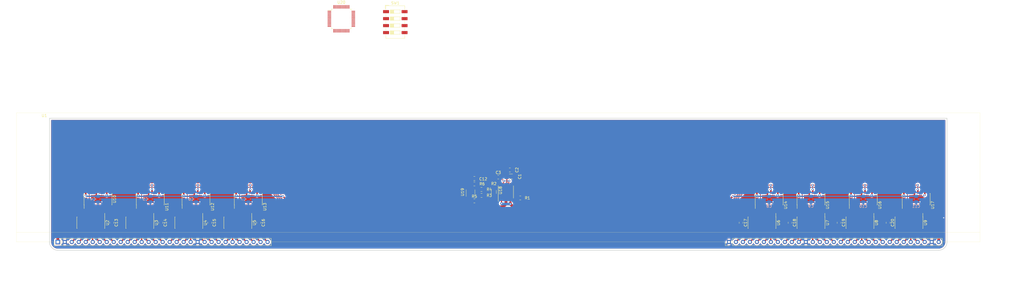
<source format=kicad_pcb>
(kicad_pcb (version 20171130) (host pcbnew 5.0.1)
  (layers (0 F.Cu signal) (31 B.Cu signal) (34 B.Paste user) (35 F.Paste user) (36 B.SilkS user) (37 F.SilkS user) (38 B.Mask user) (39 F.Mask user) (44 Edge.Cuts user))
  (net 0 "")
  (net 1 "Net-(U1-Pad60)")
  (net 2 "Net-(U1-Pad59)")
  (net 3 "Net-(U1-Pad58)")
  (net 4 "Net-(U1-Pad57)")
  (net 5 "Net-(U1-Pad56)")
  (net 6 "Net-(U1-Pad55)")
  (net 7 "Net-(U1-Pad54)")
  (net 8 "Net-(U1-Pad53)")
  (net 9 "Net-(U1-Pad52)")
  (net 10 "Net-(U1-Pad51)")
  (net 11 "Net-(U1-Pad50)")
  (net 12 "Net-(U1-Pad49)")
  (net 13 "Net-(U1-Pad48)")
  (net 14 "Net-(U1-Pad47)")
  (net 15 "Net-(U1-Pad46)")
  (net 16 "Net-(U1-Pad45)")
  (net 17 "Net-(U1-Pad44)")
  (net 18 "Net-(U1-Pad42)")
  (net 19 "Net-(U1-Pad41)")
  (net 20 "Net-(U1-Pad40)")
  (net 21 "Net-(U1-Pad39)")
  (net 22 "Net-(U1-Pad38)")
  (net 23 "Net-(U1-Pad37)")
  (net 24 "Net-(U1-Pad36)")
  (net 25 "Net-(U1-Pad35)")
  (net 26 "Net-(U1-Pad34)")
  (net 27 "Net-(U1-Pad33)")
  (net 28 "Net-(U1-Pad31)")
  (net 29 "Net-(U1-Pad30)")
  (net 30 "Net-(U1-Pad29)")
  (net 31 "Net-(U1-Pad28)")
  (net 32 "Net-(U1-Pad27)")
  (net 33 "Net-(U1-Pad26)")
  (net 34 "Net-(U1-Pad25)")
  (net 35 "Net-(U1-Pad24)")
  (net 36 "Net-(U1-Pad23)")
  (net 37 "Net-(U1-Pad22)")
  (net 38 "Net-(U1-Pad20)")
  (net 39 "Net-(U1-Pad19)")
  (net 40 "Net-(U1-Pad18)")
  (net 41 "Net-(U1-Pad17)")
  (net 42 "Net-(U1-Pad16)")
  (net 43 "Net-(U1-Pad15)")
  (net 44 "Net-(U1-Pad14)")
  (net 45 "Net-(U1-Pad13)")
  (net 46 "Net-(U1-Pad12)")
  (net 47 "Net-(U1-Pad11)")
  (net 48 "Net-(U1-Pad10)")
  (net 49 "Net-(U1-Pad9)")
  (net 50 "Net-(U1-Pad8)")
  (net 51 "Net-(U1-Pad7)")
  (net 52 "Net-(U1-Pad6)")
  (net 53 "Net-(U1-Pad5)")
  (net 54 "Net-(U1-Pad4)")
  (net 55 "Net-(U1-Pad3)")
  (net 56 "Net-(R2-Pad1)")
  (net 57 "Net-(R1-Pad1)")
  (net 58 +3V3)
  (net 59 "Net-(C3-Pad2)")
  (net 60 /Filament_PWR)
  (net 61 "Net-(U18-Pad15)")
  (net 62 "Net-(U18-Pad16)")
  (net 63 GND)
  (net 64 "Net-(U13-Pad7)")
  (net 65 "Net-(U13-Pad6)")
  (net 66 "Net-(U13-Pad9)")
  (net 67 "Net-(U12-Pad9)")
  (net 68 "Net-(U11-Pad9)")
  (net 69 "Net-(U10-Pad9)")
  (net 70 /Filament_ADC)
  (net 71 "Net-(C12-Pad2)")
  (net 72 "Net-(R3-Pad1)")
  (net 73 "Net-(U20-Pad1)")
  (net 74 "Net-(U20-Pad2)")
  (net 75 "Net-(U20-Pad3)")
  (net 76 "Net-(U20-Pad4)")
  (net 77 "Net-(U20-Pad5)")
  (net 78 "Net-(U20-Pad6)")
  (net 79 "Net-(U20-Pad7)")
  (net 80 "Net-(U20-Pad10)")
  (net 81 "Net-(U20-Pad11)")
  (net 82 "Net-(U20-Pad12)")
  (net 83 "Net-(U20-Pad13)")
  (net 84 "Net-(U20-Pad14)")
  (net 85 "Net-(U20-Pad15)")
  (net 86 "Net-(U20-Pad16)")
  (net 87 "Net-(U20-Pad17)")
  (net 88 "Net-(U20-Pad18)")
  (net 89 "Net-(U20-Pad19)")
  (net 90 "Net-(U20-Pad20)")
  (net 91 "Net-(U20-Pad21)")
  (net 92 "Net-(U20-Pad22)")
  (net 93 "Net-(U20-Pad24)")
  (net 94 "Net-(U20-Pad25)")
  (net 95 "Net-(U20-Pad26)")
  (net 96 "Net-(U20-Pad27)")
  (net 97 "Net-(U20-Pad28)")
  (net 98 "Net-(U20-Pad29)")
  (net 99 "Net-(U20-Pad30)")
  (net 100 "Net-(U20-Pad31)")
  (net 101 "Net-(U20-Pad32)")
  (net 102 "Net-(U20-Pad33)")
  (net 103 "Net-(U20-Pad34)")
  (net 104 "Net-(U20-Pad36)")
  (net 105 "Net-(U20-Pad37)")
  (net 106 "Net-(U20-Pad38)")
  (net 107 "Net-(U20-Pad39)")
  (net 108 "Net-(U20-Pad40)")
  (net 109 "Net-(U20-Pad41)")
  (net 110 "Net-(U20-Pad42)")
  (net 111 "Net-(U20-Pad43)")
  (net 112 "Net-(U20-Pad44)")
  (net 113 "Net-(U20-Pad45)")
  (net 114 "Net-(U20-Pad46)")
  (net 115 "Net-(U20-Pad48)")
  (net 116 "Net-(SW1-Pad2)")
  (net 117 "Net-(SW1-Pad3)")
  (net 118 "Net-(SW1-Pad4)")
  (net 119 /Logic/Select_Master_Slave)
  (net 120 /VFD/P10)
  (net 121 /VFD/P11)
  (net 122 /VFD/P12)
  (net 123 /VFD/P13)
  (net 124 /VFD/P14)
  (net 125 /VFD/P15)
  (net 126 /VFD/P16)
  (net 127 /VFD/P9)
  (net 128 /VFD/P1)
  (net 129 /VFD/P8)
  (net 130 /VFD/P7)
  (net 131 /VFD/P6)
  (net 132 /VFD/P5)
  (net 133 /VFD/P4)
  (net 134 /VFD/P3)
  (net 135 /VFD/P2)
  (net 136 "Net-(U9-Pad16)")
  (net 137 /VFD/P24)
  (net 138 /VFD/P23)
  (net 139 /VFD/P22)
  (net 140 /VFD/P21)
  (net 141 /VFD/P20)
  (net 142 /VFD/P19)
  (net 143 "Net-(U9-Pad1)")
  (net 144 /VFD/P26)
  (net 145 /VFD/P27)
  (net 146 /VFD/P28)
  (net 147 /VFD/P29)
  (net 148 /VFD/P30)
  (net 149 /VFD/P31)
  (net 150 /VFD/P32)
  (net 151 /VFD/P25)
  (net 152 /VFD/P34)
  (net 153 /VFD/P35)
  (net 154 /VFD/G1)
  (net 155 /VFD/G2)
  (net 156 /VFD/G3)
  (net 157 /VFD/G4)
  (net 158 "Net-(U14-Pad9)")
  (net 159 /VFD/P33)
  (net 160 /VFD/G5)
  (net 161 "Net-(U15-Pad9)")
  (net 162 /VFD/G12)
  (net 163 /VFD/G11)
  (net 164 /VFD/G10)
  (net 165 /VFD/G9)
  (net 166 /VFD/G8)
  (net 167 /VFD/G7)
  (net 168 /VFD/G6)
  (net 169 "Net-(U16-Pad9)")
  (net 170 "Net-(U17-Pad9)")
  (net 171 /VFD/P17)
  (net 172 /VFD/P18)
  (net 173 /VFD/G20)
  (net 174 /VFD/G19)
  (net 175 /VFD/G18)
  (net 176 /VFD/G13)
  (net 177 /VFD/G14)
  (net 178 /VFD/G15)
  (net 179 /VFD/G16)
  (net 180 /VFD/G17)
  (net 181 "Net-(U17-Pad6)")
  (net 182 "Net-(U17-Pad7)")
  (net 183 "Net-(U15-Pad2)")
  (net 184 "Net-(U15-Pad3)")
  (net 185 "Net-(U15-Pad4)")
  (net 186 "Net-(U12-Pad3)")
  (net 187 "Net-(U12-Pad2)")
  (net 188 /VFD/Filament_In_A)
  (net 189 /VFD/Filament_In_B)
  (net 190 /Logic/Filament_PWM2)
  (net 191 /Logic/Filament_PWM1)
  (net 192 /Logic/Filament_Enable)
  (net 193 /Logic/Grids_Anodes_SPI_RCLK)
  (net 194 /Logic/Grids_Anodes_SPI_SRCLK)
  (net 195 /Logic/Grids_Anodes_SPI_MOSI)
  (net 196 /Grids_Anodes_Power)
  (module Capacitor_SMD:C_0805_2012Metric_Pad1.15x1.40mm_HandSolder (layer F.Cu) (at 336.6 60 270)
    (fp_text reference C20 (at 0 -1.65 270) (layer F.SilkS))
    (fp_text value 100n)
    (pad 2 smd roundrect (at 1.025 0 270) (size 1.15 1.4) (layers F.Cu F.Paste F.Mask) (roundrect_rratio 0.217391) (net 196 /Grids_Anodes_Power))
    (pad 1 smd roundrect (at -1.025 0 270) (size 1.15 1.4) (layers F.Cu F.Paste F.Mask) (roundrect_rratio 0.217391) (net 63 GND))
  )
  (module Capacitor_SMD:C_0805_2012Metric_Pad1.15x1.40mm_HandSolder (layer F.Cu) (at 318.8 60 270)
    (fp_text reference C19 (at 0 -1.65 270) (layer F.SilkS))
    (fp_text value 100n)
    (pad 1 smd roundrect (at -1.025 0 270) (size 1.15 1.4) (layers F.Cu F.Paste F.Mask) (roundrect_rratio 0.217391) (net 63 GND))
    (pad 2 smd roundrect (at 1.025 0 270) (size 1.15 1.4) (layers F.Cu F.Paste F.Mask) (roundrect_rratio 0.217391) (net 196 /Grids_Anodes_Power))
  )
  (module Capacitor_SMD:C_0805_2012Metric_Pad1.15x1.40mm_HandSolder (layer F.Cu) (at 301 60 270)
    (fp_text reference C18 (at 0 -1.65 270) (layer F.SilkS))
    (fp_text value 100n)
    (pad 2 smd roundrect (at 1.025 0 270) (size 1.15 1.4) (layers F.Cu F.Paste F.Mask) (roundrect_rratio 0.217391) (net 196 /Grids_Anodes_Power))
    (pad 1 smd roundrect (at -1.025 0 270) (size 1.15 1.4) (layers F.Cu F.Paste F.Mask) (roundrect_rratio 0.217391) (net 63 GND))
  )
  (module Capacitor_SMD:C_0805_2012Metric_Pad1.15x1.40mm_HandSolder (layer F.Cu) (at 283.2 60 270)
    (fp_text reference C17 (at 0 -1.65 270) (layer F.SilkS))
    (fp_text value 100n)
    (pad 1 smd roundrect (at -1.025 0 270) (size 1.15 1.4) (layers F.Cu F.Paste F.Mask) (roundrect_rratio 0.217391) (net 63 GND))
    (pad 2 smd roundrect (at 1.025 0 270) (size 1.15 1.4) (layers F.Cu F.Paste F.Mask) (roundrect_rratio 0.217391) (net 196 /Grids_Anodes_Power))
  )
  (module Capacitor_SMD:C_0805_2012Metric_Pad1.15x1.40mm_HandSolder (layer F.Cu) (at 108 60 270)
    (fp_text reference C16 (at 0 -1.65 270) (layer F.SilkS))
    (fp_text value 100n)
    (pad 2 smd roundrect (at 1.025 0 270) (size 1.15 1.4) (layers F.Cu F.Paste F.Mask) (roundrect_rratio 0.217391) (net 196 /Grids_Anodes_Power))
    (pad 1 smd roundrect (at -1.025 0 270) (size 1.15 1.4) (layers F.Cu F.Paste F.Mask) (roundrect_rratio 0.217391) (net 63 GND))
  )
  (module Capacitor_SMD:C_0805_2012Metric_Pad1.15x1.40mm_HandSolder (layer F.Cu) (at 90.2 60 270)
    (fp_text reference C15 (at 0 -1.65 270) (layer F.SilkS))
    (fp_text value 100n)
    (pad 1 smd roundrect (at -1.025 0 270) (size 1.15 1.4) (layers F.Cu F.Paste F.Mask) (roundrect_rratio 0.217391) (net 63 GND))
    (pad 2 smd roundrect (at 1.025 0 270) (size 1.15 1.4) (layers F.Cu F.Paste F.Mask) (roundrect_rratio 0.217391) (net 196 /Grids_Anodes_Power))
  )
  (module Capacitor_SMD:C_0805_2012Metric_Pad1.15x1.40mm_HandSolder (layer F.Cu) (at 72.4 60 270)
    (fp_text reference C14 (at 0 -1.65 270) (layer F.SilkS))
    (fp_text value 100n)
    (pad 2 smd roundrect (at 1.025 0 270) (size 1.15 1.4) (layers F.Cu F.Paste F.Mask) (roundrect_rratio 0.217391) (net 196 /Grids_Anodes_Power))
    (pad 1 smd roundrect (at -1.025 0 270) (size 1.15 1.4) (layers F.Cu F.Paste F.Mask) (roundrect_rratio 0.217391) (net 63 GND))
  )
  (module Capacitor_SMD:C_0805_2012Metric_Pad1.15x1.40mm_HandSolder (layer F.Cu) (at 54.6 60 270)
    (fp_text reference C13 (at 0 -1.65 270) (layer F.SilkS))
    (fp_text value 100n)
    (pad 1 smd roundrect (at -1.025 0 270) (size 1.15 1.4) (layers F.Cu F.Paste F.Mask) (roundrect_rratio 0.217391) (net 63 GND))
    (pad 2 smd roundrect (at 1.025 0 270) (size 1.15 1.4) (layers F.Cu F.Paste F.Mask) (roundrect_rratio 0.217391) (net 196 /Grids_Anodes_Power))
  )
  (module Package_SO:SOIC-16_3.9x9.9mm_P1.27mm (layer F.Cu) (at 290.8 60 270)
    (fp_text reference U6 (at 0 -6 270) (layer F.SilkS))
    (fp_text value ULN2003)
    (pad 1 smd rect (at -2.7 -4.445 270) (size 1.5 0.6) (layers F.Cu F.Paste F.Mask) (net 157 /VFD/G4))
    (pad 2 smd rect (at -2.7 -3.175 270) (size 1.5 0.6) (layers F.Cu F.Paste F.Mask) (net 160 /VFD/G5))
    (pad 3 smd rect (at -2.7 -1.905 270) (size 1.5 0.6) (layers F.Cu F.Paste F.Mask) (net 168 /VFD/G6))
    (pad 4 smd rect (at -2.7 -0.635 270) (size 1.5 0.6) (layers F.Cu F.Paste F.Mask) (net 167 /VFD/G7))
    (pad 5 smd rect (at -2.7 0.635 270) (size 1.5 0.6) (layers F.Cu F.Paste F.Mask) (net 166 /VFD/G8))
    (pad 6 smd rect (at -2.7 1.905 270) (size 1.5 0.6) (layers F.Cu F.Paste F.Mask) (net 165 /VFD/G9))
    (pad 7 smd rect (at -2.7 3.175 270) (size 1.5 0.6) (layers F.Cu F.Paste F.Mask) (net 164 /VFD/G10))
    (pad 8 smd rect (at -2.7 4.445 270) (size 1.5 0.6) (layers F.Cu F.Paste F.Mask) (net 63 GND))
    (pad 9 smd rect (at 2.7 4.445 270) (size 1.5 0.6) (layers F.Cu F.Paste F.Mask) (net 196 /Grids_Anodes_Power))
    (pad 10 smd rect (at 2.7 3.175 270) (size 1.5 0.6) (layers F.Cu F.Paste F.Mask) (net 27 "Net-(U1-Pad33)"))
    (pad 11 smd rect (at 2.7 1.905 270) (size 1.5 0.6) (layers F.Cu F.Paste F.Mask) (net 26 "Net-(U1-Pad34)"))
    (pad 12 smd rect (at 2.7 0.635 270) (size 1.5 0.6) (layers F.Cu F.Paste F.Mask) (net 25 "Net-(U1-Pad35)"))
    (pad 13 smd rect (at 2.7 -0.635 270) (size 1.5 0.6) (layers F.Cu F.Paste F.Mask) (net 24 "Net-(U1-Pad36)"))
    (pad 14 smd rect (at 2.7 -1.905 270) (size 1.5 0.6) (layers F.Cu F.Paste F.Mask) (net 23 "Net-(U1-Pad37)"))
    (pad 15 smd rect (at 2.7 -3.175 270) (size 1.5 0.6) (layers F.Cu F.Paste F.Mask) (net 22 "Net-(U1-Pad38)"))
    (pad 16 smd rect (at 2.7 -4.445 270) (size 1.5 0.6) (layers F.Cu F.Paste F.Mask) (net 21 "Net-(U1-Pad39)"))
  )
  (module Package_QFP:LQFP-48_7x7mm_P0.5mm (layer F.Cu) (at 138 -14.2)
    (fp_text reference U20 (at 0 -6) (layer F.SilkS))
    (fp_text value STM32F302C8Tx)
    (pad 1 smd rect (at -4.35 -2.75) (size 1.3 0.25) (layers F.Cu F.Paste F.Mask) (net 73 "Net-(U20-Pad1)"))
    (pad 2 smd rect (at -4.35 -2.25) (size 1.3 0.25) (layers F.Cu F.Paste F.Mask) (net 74 "Net-(U20-Pad2)"))
    (pad 3 smd rect (at -4.35 -1.75) (size 1.3 0.25) (layers F.Cu F.Paste F.Mask) (net 75 "Net-(U20-Pad3)"))
    (pad 4 smd rect (at -4.35 -1.25) (size 1.3 0.25) (layers F.Cu F.Paste F.Mask) (net 76 "Net-(U20-Pad4)"))
    (pad 5 smd rect (at -4.35 -0.75) (size 1.3 0.25) (layers F.Cu F.Paste F.Mask) (net 77 "Net-(U20-Pad5)"))
    (pad 6 smd rect (at -4.35 -0.25) (size 1.3 0.25) (layers F.Cu F.Paste F.Mask) (net 78 "Net-(U20-Pad6)"))
    (pad 7 smd rect (at -4.35 0.25) (size 1.3 0.25) (layers F.Cu F.Paste F.Mask) (net 79 "Net-(U20-Pad7)"))
    (pad 8 smd rect (at -4.35 0.75) (size 1.3 0.25) (layers F.Cu F.Paste F.Mask) (net 63 GND))
    (pad 9 smd rect (at -4.35 1.25) (size 1.3 0.25) (layers F.Cu F.Paste F.Mask) (net 58 +3V3))
    (pad 10 smd rect (at -4.35 1.75) (size 1.3 0.25) (layers F.Cu F.Paste F.Mask) (net 80 "Net-(U20-Pad10)"))
    (pad 11 smd rect (at -4.35 2.25) (size 1.3 0.25) (layers F.Cu F.Paste F.Mask) (net 81 "Net-(U20-Pad11)"))
    (pad 12 smd rect (at -4.35 2.75) (size 1.3 0.25) (layers F.Cu F.Paste F.Mask) (net 82 "Net-(U20-Pad12)"))
    (pad 13 smd rect (at -2.75 4.35 90) (size 1.3 0.25) (layers F.Cu F.Paste F.Mask) (net 83 "Net-(U20-Pad13)"))
    (pad 14 smd rect (at -2.25 4.35 90) (size 1.3 0.25) (layers F.Cu F.Paste F.Mask) (net 84 "Net-(U20-Pad14)"))
    (pad 15 smd rect (at -1.75 4.35 90) (size 1.3 0.25) (layers F.Cu F.Paste F.Mask) (net 85 "Net-(U20-Pad15)"))
    (pad 16 smd rect (at -1.25 4.35 90) (size 1.3 0.25) (layers F.Cu F.Paste F.Mask) (net 86 "Net-(U20-Pad16)"))
    (pad 17 smd rect (at -0.75 4.35 90) (size 1.3 0.25) (layers F.Cu F.Paste F.Mask) (net 87 "Net-(U20-Pad17)"))
    (pad 18 smd rect (at -0.25 4.35 90) (size 1.3 0.25) (layers F.Cu F.Paste F.Mask) (net 88 "Net-(U20-Pad18)"))
    (pad 19 smd rect (at 0.25 4.35 90) (size 1.3 0.25) (layers F.Cu F.Paste F.Mask) (net 89 "Net-(U20-Pad19)"))
    (pad 20 smd rect (at 0.75 4.35 90) (size 1.3 0.25) (layers F.Cu F.Paste F.Mask) (net 90 "Net-(U20-Pad20)"))
    (pad 21 smd rect (at 1.25 4.35 90) (size 1.3 0.25) (layers F.Cu F.Paste F.Mask) (net 91 "Net-(U20-Pad21)"))
    (pad 22 smd rect (at 1.75 4.35 90) (size 1.3 0.25) (layers F.Cu F.Paste F.Mask) (net 92 "Net-(U20-Pad22)"))
    (pad 23 smd rect (at 2.25 4.35 90) (size 1.3 0.25) (layers F.Cu F.Paste F.Mask) (net 63 GND))
    (pad 24 smd rect (at 2.75 4.35 90) (size 1.3 0.25) (layers F.Cu F.Paste F.Mask) (net 93 "Net-(U20-Pad24)"))
    (pad 25 smd rect (at 4.35 2.75) (size 1.3 0.25) (layers F.Cu F.Paste F.Mask) (net 94 "Net-(U20-Pad25)"))
    (pad 26 smd rect (at 4.35 2.25) (size 1.3 0.25) (layers F.Cu F.Paste F.Mask) (net 95 "Net-(U20-Pad26)"))
    (pad 27 smd rect (at 4.35 1.75) (size 1.3 0.25) (layers F.Cu F.Paste F.Mask) (net 96 "Net-(U20-Pad27)"))
    (pad 28 smd rect (at 4.35 1.25) (size 1.3 0.25) (layers F.Cu F.Paste F.Mask) (net 97 "Net-(U20-Pad28)"))
    (pad 29 smd rect (at 4.35 0.75) (size 1.3 0.25) (layers F.Cu F.Paste F.Mask) (net 98 "Net-(U20-Pad29)"))
    (pad 30 smd rect (at 4.35 0.25) (size 1.3 0.25) (layers F.Cu F.Paste F.Mask) (net 99 "Net-(U20-Pad30)"))
    (pad 31 smd rect (at 4.35 -0.25) (size 1.3 0.25) (layers F.Cu F.Paste F.Mask) (net 100 "Net-(U20-Pad31)"))
    (pad 32 smd rect (at 4.35 -0.75) (size 1.3 0.25) (layers F.Cu F.Paste F.Mask) (net 101 "Net-(U20-Pad32)"))
    (pad 33 smd rect (at 4.35 -1.25) (size 1.3 0.25) (layers F.Cu F.Paste F.Mask) (net 102 "Net-(U20-Pad33)"))
    (pad 34 smd rect (at 4.35 -1.75) (size 1.3 0.25) (layers F.Cu F.Paste F.Mask) (net 103 "Net-(U20-Pad34)"))
    (pad 35 smd rect (at 4.35 -2.25) (size 1.3 0.25) (layers F.Cu F.Paste F.Mask) (net 63 GND))
    (pad 36 smd rect (at 4.35 -2.75) (size 1.3 0.25) (layers F.Cu F.Paste F.Mask) (net 104 "Net-(U20-Pad36)"))
    (pad 37 smd rect (at 2.75 -4.35 90) (size 1.3 0.25) (layers F.Cu F.Paste F.Mask) (net 105 "Net-(U20-Pad37)"))
    (pad 38 smd rect (at 2.25 -4.35 90) (size 1.3 0.25) (layers F.Cu F.Paste F.Mask) (net 106 "Net-(U20-Pad38)"))
    (pad 39 smd rect (at 1.75 -4.35 90) (size 1.3 0.25) (layers F.Cu F.Paste F.Mask) (net 107 "Net-(U20-Pad39)"))
    (pad 40 smd rect (at 1.25 -4.35 90) (size 1.3 0.25) (layers F.Cu F.Paste F.Mask) (net 108 "Net-(U20-Pad40)"))
    (pad 41 smd rect (at 0.75 -4.35 90) (size 1.3 0.25) (layers F.Cu F.Paste F.Mask) (net 109 "Net-(U20-Pad41)"))
    (pad 42 smd rect (at 0.25 -4.35 90) (size 1.3 0.25) (layers F.Cu F.Paste F.Mask) (net 110 "Net-(U20-Pad42)"))
    (pad 43 smd rect (at -0.25 -4.35 90) (size 1.3 0.25) (layers F.Cu F.Paste F.Mask) (net 111 "Net-(U20-Pad43)"))
    (pad 44 smd rect (at -0.75 -4.35 90) (size 1.3 0.25) (layers F.Cu F.Paste F.Mask) (net 112 "Net-(U20-Pad44)"))
    (pad 45 smd rect (at -1.25 -4.35 90) (size 1.3 0.25) (layers F.Cu F.Paste F.Mask) (net 113 "Net-(U20-Pad45)"))
    (pad 46 smd rect (at -1.75 -4.35 90) (size 1.3 0.25) (layers F.Cu F.Paste F.Mask) (net 114 "Net-(U20-Pad46)"))
    (pad 47 smd rect (at -2.25 -4.35 90) (size 1.3 0.25) (layers F.Cu F.Paste F.Mask) (net 63 GND))
    (pad 48 smd rect (at -2.75 -4.35 90) (size 1.3 0.25) (layers F.Cu F.Paste F.Mask) (net 115 "Net-(U20-Pad48)"))
  )
  (module Package_SO:SOIC-16_3.9x9.9mm_P1.27mm (layer F.Cu) (at 49.6 51.4 90)
    (fp_text reference U10 (at 0 6 270) (layer F.SilkS))
    (fp_text value 74HC595)
    (pad 16 smd rect (at 2.7 -4.445 90) (size 1.5 0.6) (layers F.Cu F.Paste F.Mask) (net 58 +3V3))
    (pad 15 smd rect (at 2.7 -3.175 90) (size 1.5 0.6) (layers F.Cu F.Paste F.Mask) (net 128 /VFD/P1))
    (pad 14 smd rect (at 2.7 -1.905 90) (size 1.5 0.6) (layers F.Cu F.Paste F.Mask) (net 195 /Logic/Grids_Anodes_SPI_MOSI))
    (pad 13 smd rect (at 2.7 -0.635 90) (size 1.5 0.6) (layers F.Cu F.Paste F.Mask) (net 63 GND))
    (pad 12 smd rect (at 2.7 0.635 90) (size 1.5 0.6) (layers F.Cu F.Paste F.Mask) (net 193 /Logic/Grids_Anodes_SPI_RCLK))
    (pad 11 smd rect (at 2.7 1.905 90) (size 1.5 0.6) (layers F.Cu F.Paste F.Mask) (net 194 /Logic/Grids_Anodes_SPI_SRCLK))
    (pad 10 smd rect (at 2.7 3.175 90) (size 1.5 0.6) (layers F.Cu F.Paste F.Mask) (net 58 +3V3))
    (pad 9 smd rect (at 2.7 4.445 90) (size 1.5 0.6) (layers F.Cu F.Paste F.Mask) (net 69 "Net-(U10-Pad9)"))
    (pad 8 smd rect (at -2.7 4.445 90) (size 1.5 0.6) (layers F.Cu F.Paste F.Mask) (net 63 GND))
    (pad 7 smd rect (at -2.7 3.175 90) (size 1.5 0.6) (layers F.Cu F.Paste F.Mask) (net 129 /VFD/P8))
    (pad 6 smd rect (at -2.7 1.905 90) (size 1.5 0.6) (layers F.Cu F.Paste F.Mask) (net 130 /VFD/P7))
    (pad 5 smd rect (at -2.7 0.635 90) (size 1.5 0.6) (layers F.Cu F.Paste F.Mask) (net 131 /VFD/P6))
    (pad 4 smd rect (at -2.7 -0.635 90) (size 1.5 0.6) (layers F.Cu F.Paste F.Mask) (net 132 /VFD/P5))
    (pad 3 smd rect (at -2.7 -1.905 90) (size 1.5 0.6) (layers F.Cu F.Paste F.Mask) (net 133 /VFD/P4))
    (pad 2 smd rect (at -2.7 -3.175 90) (size 1.5 0.6) (layers F.Cu F.Paste F.Mask) (net 134 /VFD/P3))
    (pad 1 smd rect (at -2.7 -4.445 90) (size 1.5 0.6) (layers F.Cu F.Paste F.Mask) (net 135 /VFD/P2))
  )
  (module Package_SO:SOIC-16_3.9x9.9mm_P1.27mm (layer F.Cu) (at 82.6 60 270)
    (fp_text reference U4 (at 0 -6 270) (layer F.SilkS))
    (fp_text value ULN2003)
    (pad 1 smd rect (at -2.7 -4.445 270) (size 1.5 0.6) (layers F.Cu F.Paste F.Mask) (net 175 /VFD/G18))
    (pad 2 smd rect (at -2.7 -3.175 270) (size 1.5 0.6) (layers F.Cu F.Paste F.Mask) (net 174 /VFD/G19))
    (pad 3 smd rect (at -2.7 -1.905 270) (size 1.5 0.6) (layers F.Cu F.Paste F.Mask) (net 173 /VFD/G20))
    (pad 4 smd rect (at -2.7 -0.635 270) (size 1.5 0.6) (layers F.Cu F.Paste F.Mask) (net 172 /VFD/P18))
    (pad 5 smd rect (at -2.7 0.635 270) (size 1.5 0.6) (layers F.Cu F.Paste F.Mask) (net 171 /VFD/P17))
    (pad 6 smd rect (at -2.7 1.905 270) (size 1.5 0.6) (layers F.Cu F.Paste F.Mask) (net 126 /VFD/P16))
    (pad 7 smd rect (at -2.7 3.175 270) (size 1.5 0.6) (layers F.Cu F.Paste F.Mask) (net 125 /VFD/P15))
    (pad 8 smd rect (at -2.7 4.445 270) (size 1.5 0.6) (layers F.Cu F.Paste F.Mask) (net 63 GND))
    (pad 9 smd rect (at 2.7 4.445 270) (size 1.5 0.6) (layers F.Cu F.Paste F.Mask) (net 196 /Grids_Anodes_Power))
    (pad 10 smd rect (at 2.7 3.175 270) (size 1.5 0.6) (layers F.Cu F.Paste F.Mask) (net 41 "Net-(U1-Pad17)"))
    (pad 11 smd rect (at 2.7 1.905 270) (size 1.5 0.6) (layers F.Cu F.Paste F.Mask) (net 40 "Net-(U1-Pad18)"))
    (pad 12 smd rect (at 2.7 0.635 270) (size 1.5 0.6) (layers F.Cu F.Paste F.Mask) (net 39 "Net-(U1-Pad19)"))
    (pad 13 smd rect (at 2.7 -0.635 270) (size 1.5 0.6) (layers F.Cu F.Paste F.Mask) (net 38 "Net-(U1-Pad20)"))
    (pad 14 smd rect (at 2.7 -1.905 270) (size 1.5 0.6) (layers F.Cu F.Paste F.Mask) (net 37 "Net-(U1-Pad22)"))
    (pad 15 smd rect (at 2.7 -3.175 270) (size 1.5 0.6) (layers F.Cu F.Paste F.Mask) (net 36 "Net-(U1-Pad23)"))
    (pad 16 smd rect (at 2.7 -4.445 270) (size 1.5 0.6) (layers F.Cu F.Paste F.Mask) (net 35 "Net-(U1-Pad24)"))
  )
  (module Package_SO:SOIC-16_3.9x9.9mm_P1.27mm (layer F.Cu) (at 47 60 270)
    (fp_text reference U2 (at 0 -6 270) (layer F.SilkS))
    (fp_text value ULN2003)
    (pad 16 smd rect (at 2.7 -4.445 270) (size 1.5 0.6) (layers F.Cu F.Paste F.Mask) (net 49 "Net-(U1-Pad9)"))
    (pad 15 smd rect (at 2.7 -3.175 270) (size 1.5 0.6) (layers F.Cu F.Paste F.Mask) (net 50 "Net-(U1-Pad8)"))
    (pad 14 smd rect (at 2.7 -1.905 270) (size 1.5 0.6) (layers F.Cu F.Paste F.Mask) (net 51 "Net-(U1-Pad7)"))
    (pad 13 smd rect (at 2.7 -0.635 270) (size 1.5 0.6) (layers F.Cu F.Paste F.Mask) (net 52 "Net-(U1-Pad6)"))
    (pad 12 smd rect (at 2.7 0.635 270) (size 1.5 0.6) (layers F.Cu F.Paste F.Mask) (net 53 "Net-(U1-Pad5)"))
    (pad 11 smd rect (at 2.7 1.905 270) (size 1.5 0.6) (layers F.Cu F.Paste F.Mask) (net 54 "Net-(U1-Pad4)"))
    (pad 10 smd rect (at 2.7 3.175 270) (size 1.5 0.6) (layers F.Cu F.Paste F.Mask) (net 55 "Net-(U1-Pad3)"))
    (pad 9 smd rect (at 2.7 4.445 270) (size 1.5 0.6) (layers F.Cu F.Paste F.Mask) (net 196 /Grids_Anodes_Power))
    (pad 8 smd rect (at -2.7 4.445 270) (size 1.5 0.6) (layers F.Cu F.Paste F.Mask) (net 63 GND))
    (pad 7 smd rect (at -2.7 3.175 270) (size 1.5 0.6) (layers F.Cu F.Paste F.Mask) (net 128 /VFD/P1))
    (pad 6 smd rect (at -2.7 1.905 270) (size 1.5 0.6) (layers F.Cu F.Paste F.Mask) (net 135 /VFD/P2))
    (pad 5 smd rect (at -2.7 0.635 270) (size 1.5 0.6) (layers F.Cu F.Paste F.Mask) (net 134 /VFD/P3))
    (pad 4 smd rect (at -2.7 -0.635 270) (size 1.5 0.6) (layers F.Cu F.Paste F.Mask) (net 133 /VFD/P4))
    (pad 3 smd rect (at -2.7 -1.905 270) (size 1.5 0.6) (layers F.Cu F.Paste F.Mask) (net 132 /VFD/P5))
    (pad 2 smd rect (at -2.7 -3.175 270) (size 1.5 0.6) (layers F.Cu F.Paste F.Mask) (net 131 /VFD/P6))
    (pad 1 smd rect (at -2.7 -4.445 270) (size 1.5 0.6) (layers F.Cu F.Paste F.Mask) (net 130 /VFD/P7))
  )
  (module Package_SO:SOIC-16_3.9x9.9mm_P1.27mm (layer F.Cu) (at 64.8 60 270)
    (fp_text reference U3 (at 0 -6 270) (layer F.SilkS))
    (fp_text value ULN2003)
    (pad 1 smd rect (at -2.7 -4.445 270) (size 1.5 0.6) (layers F.Cu F.Paste F.Mask) (net 124 /VFD/P14))
    (pad 2 smd rect (at -2.7 -3.175 270) (size 1.5 0.6) (layers F.Cu F.Paste F.Mask) (net 123 /VFD/P13))
    (pad 3 smd rect (at -2.7 -1.905 270) (size 1.5 0.6) (layers F.Cu F.Paste F.Mask) (net 122 /VFD/P12))
    (pad 4 smd rect (at -2.7 -0.635 270) (size 1.5 0.6) (layers F.Cu F.Paste F.Mask) (net 121 /VFD/P11))
    (pad 5 smd rect (at -2.7 0.635 270) (size 1.5 0.6) (layers F.Cu F.Paste F.Mask) (net 120 /VFD/P10))
    (pad 6 smd rect (at -2.7 1.905 270) (size 1.5 0.6) (layers F.Cu F.Paste F.Mask) (net 127 /VFD/P9))
    (pad 7 smd rect (at -2.7 3.175 270) (size 1.5 0.6) (layers F.Cu F.Paste F.Mask) (net 129 /VFD/P8))
    (pad 8 smd rect (at -2.7 4.445 270) (size 1.5 0.6) (layers F.Cu F.Paste F.Mask) (net 63 GND))
    (pad 9 smd rect (at 2.7 4.445 270) (size 1.5 0.6) (layers F.Cu F.Paste F.Mask) (net 196 /Grids_Anodes_Power))
    (pad 10 smd rect (at 2.7 3.175 270) (size 1.5 0.6) (layers F.Cu F.Paste F.Mask) (net 48 "Net-(U1-Pad10)"))
    (pad 11 smd rect (at 2.7 1.905 270) (size 1.5 0.6) (layers F.Cu F.Paste F.Mask) (net 47 "Net-(U1-Pad11)"))
    (pad 12 smd rect (at 2.7 0.635 270) (size 1.5 0.6) (layers F.Cu F.Paste F.Mask) (net 46 "Net-(U1-Pad12)"))
    (pad 13 smd rect (at 2.7 -0.635 270) (size 1.5 0.6) (layers F.Cu F.Paste F.Mask) (net 45 "Net-(U1-Pad13)"))
    (pad 14 smd rect (at 2.7 -1.905 270) (size 1.5 0.6) (layers F.Cu F.Paste F.Mask) (net 44 "Net-(U1-Pad14)"))
    (pad 15 smd rect (at 2.7 -3.175 270) (size 1.5 0.6) (layers F.Cu F.Paste F.Mask) (net 43 "Net-(U1-Pad15)"))
    (pad 16 smd rect (at 2.7 -4.445 270) (size 1.5 0.6) (layers F.Cu F.Paste F.Mask) (net 42 "Net-(U1-Pad16)"))
  )
  (module Package_SO:SOIC-16_3.9x9.9mm_P1.27mm (layer F.Cu) (at 100.4 60 270)
    (fp_text reference U5 (at 0 -6 270) (layer F.SilkS))
    (fp_text value ULN2003)
    (pad 16 smd rect (at 2.7 -4.445 270) (size 1.5 0.6) (layers F.Cu F.Paste F.Mask) (net 28 "Net-(U1-Pad31)"))
    (pad 15 smd rect (at 2.7 -3.175 270) (size 1.5 0.6) (layers F.Cu F.Paste F.Mask) (net 29 "Net-(U1-Pad30)"))
    (pad 14 smd rect (at 2.7 -1.905 270) (size 1.5 0.6) (layers F.Cu F.Paste F.Mask) (net 30 "Net-(U1-Pad29)"))
    (pad 13 smd rect (at 2.7 -0.635 270) (size 1.5 0.6) (layers F.Cu F.Paste F.Mask) (net 31 "Net-(U1-Pad28)"))
    (pad 12 smd rect (at 2.7 0.635 270) (size 1.5 0.6) (layers F.Cu F.Paste F.Mask) (net 32 "Net-(U1-Pad27)"))
    (pad 11 smd rect (at 2.7 1.905 270) (size 1.5 0.6) (layers F.Cu F.Paste F.Mask) (net 33 "Net-(U1-Pad26)"))
    (pad 10 smd rect (at 2.7 3.175 270) (size 1.5 0.6) (layers F.Cu F.Paste F.Mask) (net 34 "Net-(U1-Pad25)"))
    (pad 9 smd rect (at 2.7 4.445 270) (size 1.5 0.6) (layers F.Cu F.Paste F.Mask) (net 196 /Grids_Anodes_Power))
    (pad 8 smd rect (at -2.7 4.445 270) (size 1.5 0.6) (layers F.Cu F.Paste F.Mask) (net 63 GND))
    (pad 7 smd rect (at -2.7 3.175 270) (size 1.5 0.6) (layers F.Cu F.Paste F.Mask) (net 180 /VFD/G17))
    (pad 6 smd rect (at -2.7 1.905 270) (size 1.5 0.6) (layers F.Cu F.Paste F.Mask) (net 179 /VFD/G16))
    (pad 5 smd rect (at -2.7 0.635 270) (size 1.5 0.6) (layers F.Cu F.Paste F.Mask) (net 178 /VFD/G15))
    (pad 4 smd rect (at -2.7 -0.635 270) (size 1.5 0.6) (layers F.Cu F.Paste F.Mask) (net 177 /VFD/G14))
    (pad 3 smd rect (at -2.7 -1.905 270) (size 1.5 0.6) (layers F.Cu F.Paste F.Mask) (net 176 /VFD/G13))
    (pad 2 smd rect (at -2.7 -3.175 270) (size 1.5 0.6) (layers F.Cu F.Paste F.Mask) (net 162 /VFD/G12))
    (pad 1 smd rect (at -2.7 -4.445 270) (size 1.5 0.6) (layers F.Cu F.Paste F.Mask) (net 163 /VFD/G11))
  )
  (module Package_SO:SOIC-16_3.9x9.9mm_P1.27mm (layer F.Cu) (at 68.6 51.4 90)
    (fp_text reference U11 (at -2.8 6 90) (layer F.SilkS))
    (fp_text value 74HC595)
    (pad 1 smd rect (at -2.7 -4.445 90) (size 1.5 0.6) (layers F.Cu F.Paste F.Mask) (net 120 /VFD/P10))
    (pad 2 smd rect (at -2.7 -3.175 90) (size 1.5 0.6) (layers F.Cu F.Paste F.Mask) (net 121 /VFD/P11))
    (pad 3 smd rect (at -2.7 -1.905 90) (size 1.5 0.6) (layers F.Cu F.Paste F.Mask) (net 122 /VFD/P12))
    (pad 4 smd rect (at -2.7 -0.635 90) (size 1.5 0.6) (layers F.Cu F.Paste F.Mask) (net 123 /VFD/P13))
    (pad 5 smd rect (at -2.7 0.635 90) (size 1.5 0.6) (layers F.Cu F.Paste F.Mask) (net 124 /VFD/P14))
    (pad 6 smd rect (at -2.7 1.905 90) (size 1.5 0.6) (layers F.Cu F.Paste F.Mask) (net 125 /VFD/P15))
    (pad 7 smd rect (at -2.7 3.175 90) (size 1.5 0.6) (layers F.Cu F.Paste F.Mask) (net 126 /VFD/P16))
    (pad 8 smd rect (at -2.7 4.445 90) (size 1.5 0.6) (layers F.Cu F.Paste F.Mask) (net 63 GND))
    (pad 9 smd rect (at 2.7 4.445 90) (size 1.5 0.6) (layers F.Cu F.Paste F.Mask) (net 68 "Net-(U11-Pad9)"))
    (pad 10 smd rect (at 2.7 3.175 90) (size 1.5 0.6) (layers F.Cu F.Paste F.Mask) (net 58 +3V3))
    (pad 11 smd rect (at 2.7 1.905 90) (size 1.5 0.6) (layers F.Cu F.Paste F.Mask) (net 194 /Logic/Grids_Anodes_SPI_SRCLK))
    (pad 12 smd rect (at 2.7 0.635 90) (size 1.5 0.6) (layers F.Cu F.Paste F.Mask) (net 193 /Logic/Grids_Anodes_SPI_RCLK))
    (pad 13 smd rect (at 2.7 -0.635 90) (size 1.5 0.6) (layers F.Cu F.Paste F.Mask) (net 63 GND))
    (pad 14 smd rect (at 2.7 -1.905 90) (size 1.5 0.6) (layers F.Cu F.Paste F.Mask) (net 69 "Net-(U10-Pad9)"))
    (pad 15 smd rect (at 2.7 -3.175 90) (size 1.5 0.6) (layers F.Cu F.Paste F.Mask) (net 127 /VFD/P9))
    (pad 16 smd rect (at 2.7 -4.445 90) (size 1.5 0.6) (layers F.Cu F.Paste F.Mask) (net 58 +3V3))
  )
  (module Package_SO:SOIC-16_3.9x9.9mm_P1.27mm (layer F.Cu) (at 85.2 51.4 90)
    (fp_text reference U12 (at -2.8 6 90) (layer F.SilkS))
    (fp_text value 74HC595)
    (pad 16 smd rect (at 2.7 -4.445 90) (size 1.5 0.6) (layers F.Cu F.Paste F.Mask) (net 58 +3V3))
    (pad 15 smd rect (at 2.7 -3.175 90) (size 1.5 0.6) (layers F.Cu F.Paste F.Mask) (net 171 /VFD/P17))
    (pad 14 smd rect (at 2.7 -1.905 90) (size 1.5 0.6) (layers F.Cu F.Paste F.Mask) (net 68 "Net-(U11-Pad9)"))
    (pad 13 smd rect (at 2.7 -0.635 90) (size 1.5 0.6) (layers F.Cu F.Paste F.Mask) (net 63 GND))
    (pad 12 smd rect (at 2.7 0.635 90) (size 1.5 0.6) (layers F.Cu F.Paste F.Mask) (net 193 /Logic/Grids_Anodes_SPI_RCLK))
    (pad 11 smd rect (at 2.7 1.905 90) (size 1.5 0.6) (layers F.Cu F.Paste F.Mask) (net 194 /Logic/Grids_Anodes_SPI_SRCLK))
    (pad 10 smd rect (at 2.7 3.175 90) (size 1.5 0.6) (layers F.Cu F.Paste F.Mask) (net 58 +3V3))
    (pad 9 smd rect (at 2.7 4.445 90) (size 1.5 0.6) (layers F.Cu F.Paste F.Mask) (net 67 "Net-(U12-Pad9)"))
    (pad 8 smd rect (at -2.7 4.445 90) (size 1.5 0.6) (layers F.Cu F.Paste F.Mask) (net 63 GND))
    (pad 7 smd rect (at -2.7 3.175 90) (size 1.5 0.6) (layers F.Cu F.Paste F.Mask) (net 180 /VFD/G17))
    (pad 6 smd rect (at -2.7 1.905 90) (size 1.5 0.6) (layers F.Cu F.Paste F.Mask) (net 175 /VFD/G18))
    (pad 5 smd rect (at -2.7 0.635 90) (size 1.5 0.6) (layers F.Cu F.Paste F.Mask) (net 174 /VFD/G19))
    (pad 4 smd rect (at -2.7 -0.635 90) (size 1.5 0.6) (layers F.Cu F.Paste F.Mask) (net 173 /VFD/G20))
    (pad 3 smd rect (at -2.7 -1.905 90) (size 1.5 0.6) (layers F.Cu F.Paste F.Mask) (net 186 "Net-(U12-Pad3)"))
    (pad 2 smd rect (at -2.7 -3.175 90) (size 1.5 0.6) (layers F.Cu F.Paste F.Mask) (net 187 "Net-(U12-Pad2)"))
    (pad 1 smd rect (at -2.7 -4.445 90) (size 1.5 0.6) (layers F.Cu F.Paste F.Mask) (net 172 /VFD/P18))
  )
  (module Capacitor_SMD:C_0805_2012Metric_Pad1.15x1.40mm_HandSolder (layer B.Cu) (at 293.4 51.4 270)
    (fp_text reference C8 (at 2.6 0 180) (layer B.SilkS) (effects (justify mirror)))
    (fp_text value 100n)
    (pad 2 smd roundrect (at 1.025 0 270) (size 1.15 1.4) (layers B.Cu B.Paste B.Mask) (roundrect_rratio 0.217391) (net 63 GND))
    (pad 1 smd roundrect (at -1.025 0 270) (size 1.15 1.4) (layers B.Cu B.Paste B.Mask) (roundrect_rratio 0.217391) (net 58 +3V3))
  )
  (module Package_SO:SOIC-16_3.9x9.9mm_P1.27mm (layer F.Cu) (at 326.4 60 270)
    (fp_text reference U8 (at 0 -6 270) (layer F.SilkS))
    (fp_text value ULN2003)
    (pad 1 smd rect (at -2.7 -4.445 270) (size 1.5 0.6) (layers F.Cu F.Paste F.Mask) (net 151 /VFD/P25))
    (pad 2 smd rect (at -2.7 -3.175 270) (size 1.5 0.6) (layers F.Cu F.Paste F.Mask) (net 144 /VFD/P26))
    (pad 3 smd rect (at -2.7 -1.905 270) (size 1.5 0.6) (layers F.Cu F.Paste F.Mask) (net 145 /VFD/P27))
    (pad 4 smd rect (at -2.7 -0.635 270) (size 1.5 0.6) (layers F.Cu F.Paste F.Mask) (net 146 /VFD/P28))
    (pad 5 smd rect (at -2.7 0.635 270) (size 1.5 0.6) (layers F.Cu F.Paste F.Mask) (net 147 /VFD/P29))
    (pad 6 smd rect (at -2.7 1.905 270) (size 1.5 0.6) (layers F.Cu F.Paste F.Mask) (net 148 /VFD/P30))
    (pad 7 smd rect (at -2.7 3.175 270) (size 1.5 0.6) (layers F.Cu F.Paste F.Mask) (net 149 /VFD/P31))
    (pad 8 smd rect (at -2.7 4.445 270) (size 1.5 0.6) (layers F.Cu F.Paste F.Mask) (net 63 GND))
    (pad 9 smd rect (at 2.7 4.445 270) (size 1.5 0.6) (layers F.Cu F.Paste F.Mask) (net 196 /Grids_Anodes_Power))
    (pad 10 smd rect (at 2.7 3.175 270) (size 1.5 0.6) (layers F.Cu F.Paste F.Mask) (net 13 "Net-(U1-Pad48)"))
    (pad 11 smd rect (at 2.7 1.905 270) (size 1.5 0.6) (layers F.Cu F.Paste F.Mask) (net 12 "Net-(U1-Pad49)"))
    (pad 12 smd rect (at 2.7 0.635 270) (size 1.5 0.6) (layers F.Cu F.Paste F.Mask) (net 11 "Net-(U1-Pad50)"))
    (pad 13 smd rect (at 2.7 -0.635 270) (size 1.5 0.6) (layers F.Cu F.Paste F.Mask) (net 10 "Net-(U1-Pad51)"))
    (pad 14 smd rect (at 2.7 -1.905 270) (size 1.5 0.6) (layers F.Cu F.Paste F.Mask) (net 9 "Net-(U1-Pad52)"))
    (pad 15 smd rect (at 2.7 -3.175 270) (size 1.5 0.6) (layers F.Cu F.Paste F.Mask) (net 8 "Net-(U1-Pad53)"))
    (pad 16 smd rect (at 2.7 -4.445 270) (size 1.5 0.6) (layers F.Cu F.Paste F.Mask) (net 7 "Net-(U1-Pad54)"))
  )
  (module Package_SO:SOIC-16_3.9x9.9mm_P1.27mm (layer F.Cu) (at 344.2 60 270)
    (fp_text reference U9 (at 0 -6 270) (layer F.SilkS))
    (fp_text value ULN2003)
    (pad 16 smd rect (at 2.7 -4.445 270) (size 1.5 0.6) (layers F.Cu F.Paste F.Mask) (net 136 "Net-(U9-Pad16)"))
    (pad 15 smd rect (at 2.7 -3.175 270) (size 1.5 0.6) (layers F.Cu F.Paste F.Mask) (net 1 "Net-(U1-Pad60)"))
    (pad 14 smd rect (at 2.7 -1.905 270) (size 1.5 0.6) (layers F.Cu F.Paste F.Mask) (net 2 "Net-(U1-Pad59)"))
    (pad 13 smd rect (at 2.7 -0.635 270) (size 1.5 0.6) (layers F.Cu F.Paste F.Mask) (net 3 "Net-(U1-Pad58)"))
    (pad 12 smd rect (at 2.7 0.635 270) (size 1.5 0.6) (layers F.Cu F.Paste F.Mask) (net 4 "Net-(U1-Pad57)"))
    (pad 11 smd rect (at 2.7 1.905 270) (size 1.5 0.6) (layers F.Cu F.Paste F.Mask) (net 5 "Net-(U1-Pad56)"))
    (pad 10 smd rect (at 2.7 3.175 270) (size 1.5 0.6) (layers F.Cu F.Paste F.Mask) (net 6 "Net-(U1-Pad55)"))
    (pad 9 smd rect (at 2.7 4.445 270) (size 1.5 0.6) (layers F.Cu F.Paste F.Mask) (net 196 /Grids_Anodes_Power))
    (pad 8 smd rect (at -2.7 4.445 270) (size 1.5 0.6) (layers F.Cu F.Paste F.Mask) (net 63 GND))
    (pad 7 smd rect (at -2.7 3.175 270) (size 1.5 0.6) (layers F.Cu F.Paste F.Mask) (net 137 /VFD/P24))
    (pad 6 smd rect (at -2.7 1.905 270) (size 1.5 0.6) (layers F.Cu F.Paste F.Mask) (net 138 /VFD/P23))
    (pad 5 smd rect (at -2.7 0.635 270) (size 1.5 0.6) (layers F.Cu F.Paste F.Mask) (net 139 /VFD/P22))
    (pad 4 smd rect (at -2.7 -0.635 270) (size 1.5 0.6) (layers F.Cu F.Paste F.Mask) (net 140 /VFD/P21))
    (pad 3 smd rect (at -2.7 -1.905 270) (size 1.5 0.6) (layers F.Cu F.Paste F.Mask) (net 141 /VFD/P20))
    (pad 2 smd rect (at -2.7 -3.175 270) (size 1.5 0.6) (layers F.Cu F.Paste F.Mask) (net 142 /VFD/P19))
    (pad 1 smd rect (at -2.7 -4.445 270) (size 1.5 0.6) (layers F.Cu F.Paste F.Mask) (net 143 "Net-(U9-Pad1)"))
  )
  (module Package_SO:SOIC-16_3.9x9.9mm_P1.27mm (layer F.Cu) (at 308.6 51.4 90)
    (fp_text reference U15 (at -2.2 6 90) (layer F.SilkS))
    (fp_text value 74HC595)
    (pad 1 smd rect (at -2.7 -4.445 90) (size 1.5 0.6) (layers F.Cu F.Paste F.Mask) (net 154 /VFD/G1))
    (pad 2 smd rect (at -2.7 -3.175 90) (size 1.5 0.6) (layers F.Cu F.Paste F.Mask) (net 183 "Net-(U15-Pad2)"))
    (pad 3 smd rect (at -2.7 -1.905 90) (size 1.5 0.6) (layers F.Cu F.Paste F.Mask) (net 184 "Net-(U15-Pad3)"))
    (pad 4 smd rect (at -2.7 -0.635 90) (size 1.5 0.6) (layers F.Cu F.Paste F.Mask) (net 185 "Net-(U15-Pad4)"))
    (pad 5 smd rect (at -2.7 0.635 90) (size 1.5 0.6) (layers F.Cu F.Paste F.Mask) (net 153 /VFD/P35))
    (pad 6 smd rect (at -2.7 1.905 90) (size 1.5 0.6) (layers F.Cu F.Paste F.Mask) (net 152 /VFD/P34))
    (pad 7 smd rect (at -2.7 3.175 90) (size 1.5 0.6) (layers F.Cu F.Paste F.Mask) (net 159 /VFD/P33))
    (pad 8 smd rect (at -2.7 4.445 90) (size 1.5 0.6) (layers F.Cu F.Paste F.Mask) (net 63 GND))
    (pad 9 smd rect (at 2.7 4.445 90) (size 1.5 0.6) (layers F.Cu F.Paste F.Mask) (net 161 "Net-(U15-Pad9)"))
    (pad 10 smd rect (at 2.7 3.175 90) (size 1.5 0.6) (layers F.Cu F.Paste F.Mask) (net 58 +3V3))
    (pad 11 smd rect (at 2.7 1.905 90) (size 1.5 0.6) (layers F.Cu F.Paste F.Mask) (net 194 /Logic/Grids_Anodes_SPI_SRCLK))
    (pad 12 smd rect (at 2.7 0.635 90) (size 1.5 0.6) (layers F.Cu F.Paste F.Mask) (net 193 /Logic/Grids_Anodes_SPI_RCLK))
    (pad 13 smd rect (at 2.7 -0.635 90) (size 1.5 0.6) (layers F.Cu F.Paste F.Mask) (net 63 GND))
    (pad 14 smd rect (at 2.7 -1.905 90) (size 1.5 0.6) (layers F.Cu F.Paste F.Mask) (net 158 "Net-(U14-Pad9)"))
    (pad 15 smd rect (at 2.7 -3.175 90) (size 1.5 0.6) (layers F.Cu F.Paste F.Mask) (net 155 /VFD/G2))
    (pad 16 smd rect (at 2.7 -4.445 90) (size 1.5 0.6) (layers F.Cu F.Paste F.Mask) (net 58 +3V3))
  )
  (module Package_SO:SOIC-16_3.9x9.9mm_P1.27mm (layer F.Cu) (at 346.8 51.4 90)
    (fp_text reference U17 (at -2.2 6 90) (layer F.SilkS))
    (fp_text value 74HC595)
    (pad 1 smd rect (at -2.7 -4.445 90) (size 1.5 0.6) (layers F.Cu F.Paste F.Mask) (net 138 /VFD/P23))
    (pad 2 smd rect (at -2.7 -3.175 90) (size 1.5 0.6) (layers F.Cu F.Paste F.Mask) (net 139 /VFD/P22))
    (pad 3 smd rect (at -2.7 -1.905 90) (size 1.5 0.6) (layers F.Cu F.Paste F.Mask) (net 140 /VFD/P21))
    (pad 4 smd rect (at -2.7 -0.635 90) (size 1.5 0.6) (layers F.Cu F.Paste F.Mask) (net 141 /VFD/P20))
    (pad 5 smd rect (at -2.7 0.635 90) (size 1.5 0.6) (layers F.Cu F.Paste F.Mask) (net 142 /VFD/P19))
    (pad 6 smd rect (at -2.7 1.905 90) (size 1.5 0.6) (layers F.Cu F.Paste F.Mask) (net 181 "Net-(U17-Pad6)"))
    (pad 7 smd rect (at -2.7 3.175 90) (size 1.5 0.6) (layers F.Cu F.Paste F.Mask) (net 182 "Net-(U17-Pad7)"))
    (pad 8 smd rect (at -2.7 4.445 90) (size 1.5 0.6) (layers F.Cu F.Paste F.Mask) (net 63 GND))
    (pad 9 smd rect (at 2.7 4.445 90) (size 1.5 0.6) (layers F.Cu F.Paste F.Mask) (net 170 "Net-(U17-Pad9)"))
    (pad 10 smd rect (at 2.7 3.175 90) (size 1.5 0.6) (layers F.Cu F.Paste F.Mask) (net 58 +3V3))
    (pad 11 smd rect (at 2.7 1.905 90) (size 1.5 0.6) (layers F.Cu F.Paste F.Mask) (net 194 /Logic/Grids_Anodes_SPI_SRCLK))
    (pad 12 smd rect (at 2.7 0.635 90) (size 1.5 0.6) (layers F.Cu F.Paste F.Mask) (net 193 /Logic/Grids_Anodes_SPI_RCLK))
    (pad 13 smd rect (at 2.7 -0.635 90) (size 1.5 0.6) (layers F.Cu F.Paste F.Mask) (net 63 GND))
    (pad 14 smd rect (at 2.7 -1.905 90) (size 1.5 0.6) (layers F.Cu F.Paste F.Mask) (net 169 "Net-(U16-Pad9)"))
    (pad 15 smd rect (at 2.7 -3.175 90) (size 1.5 0.6) (layers F.Cu F.Paste F.Mask) (net 137 /VFD/P24))
    (pad 16 smd rect (at 2.7 -4.445 90) (size 1.5 0.6) (layers F.Cu F.Paste F.Mask) (net 58 +3V3))
  )
  (module Package_SO:SOIC-16_3.9x9.9mm_P1.27mm (layer F.Cu) (at 308.6 60 270)
    (fp_text reference U7 (at 0 -6 270) (layer F.SilkS))
    (fp_text value ULN2003)
    (pad 16 smd rect (at 2.7 -4.445 270) (size 1.5 0.6) (layers F.Cu F.Paste F.Mask) (net 14 "Net-(U1-Pad47)"))
    (pad 15 smd rect (at 2.7 -3.175 270) (size 1.5 0.6) (layers F.Cu F.Paste F.Mask) (net 15 "Net-(U1-Pad46)"))
    (pad 14 smd rect (at 2.7 -1.905 270) (size 1.5 0.6) (layers F.Cu F.Paste F.Mask) (net 16 "Net-(U1-Pad45)"))
    (pad 13 smd rect (at 2.7 -0.635 270) (size 1.5 0.6) (layers F.Cu F.Paste F.Mask) (net 17 "Net-(U1-Pad44)"))
    (pad 12 smd rect (at 2.7 0.635 270) (size 1.5 0.6) (layers F.Cu F.Paste F.Mask) (net 18 "Net-(U1-Pad42)"))
    (pad 11 smd rect (at 2.7 1.905 270) (size 1.5 0.6) (layers F.Cu F.Paste F.Mask) (net 19 "Net-(U1-Pad41)"))
    (pad 10 smd rect (at 2.7 3.175 270) (size 1.5 0.6) (layers F.Cu F.Paste F.Mask) (net 20 "Net-(U1-Pad40)"))
    (pad 9 smd rect (at 2.7 4.445 270) (size 1.5 0.6) (layers F.Cu F.Paste F.Mask) (net 196 /Grids_Anodes_Power))
    (pad 8 smd rect (at -2.7 4.445 270) (size 1.5 0.6) (layers F.Cu F.Paste F.Mask) (net 63 GND))
    (pad 7 smd rect (at -2.7 3.175 270) (size 1.5 0.6) (layers F.Cu F.Paste F.Mask) (net 156 /VFD/G3))
    (pad 6 smd rect (at -2.7 1.905 270) (size 1.5 0.6) (layers F.Cu F.Paste F.Mask) (net 155 /VFD/G2))
    (pad 5 smd rect (at -2.7 0.635 270) (size 1.5 0.6) (layers F.Cu F.Paste F.Mask) (net 154 /VFD/G1))
    (pad 4 smd rect (at -2.7 -0.635 270) (size 1.5 0.6) (layers F.Cu F.Paste F.Mask) (net 153 /VFD/P35))
    (pad 3 smd rect (at -2.7 -1.905 270) (size 1.5 0.6) (layers F.Cu F.Paste F.Mask) (net 152 /VFD/P34))
    (pad 2 smd rect (at -2.7 -3.175 270) (size 1.5 0.6) (layers F.Cu F.Paste F.Mask) (net 159 /VFD/P33))
    (pad 1 smd rect (at -2.7 -4.445 270) (size 1.5 0.6) (layers F.Cu F.Paste F.Mask) (net 150 /VFD/P32))
  )
  (module Capacitor_SMD:C_0805_2012Metric_Pad1.15x1.40mm_HandSolder (layer B.Cu) (at 327.6 51.4 270)
    (fp_text reference C10 (at 2.625 0 180) (layer B.SilkS) (effects (justify mirror)))
    (fp_text value 100n)
    (pad 2 smd roundrect (at 1.025 0 270) (size 1.15 1.4) (layers B.Cu B.Paste B.Mask) (roundrect_rratio 0.217391) (net 63 GND))
    (pad 1 smd roundrect (at -1.025 0 270) (size 1.15 1.4) (layers B.Cu B.Paste B.Mask) (roundrect_rratio 0.217391) (net 58 +3V3))
  )
  (module Capacitor_SMD:C_0805_2012Metric_Pad1.15x1.40mm_HandSolder (layer B.Cu) (at 346.8 51.4 270)
    (fp_text reference C11 (at 2.625 0 180) (layer B.SilkS) (effects (justify mirror)))
    (fp_text value 100n)
    (pad 2 smd roundrect (at 1.025 0 270) (size 1.15 1.4) (layers B.Cu B.Paste B.Mask) (roundrect_rratio 0.217391) (net 63 GND))
    (pad 1 smd roundrect (at -1.025 0 270) (size 1.15 1.4) (layers B.Cu B.Paste B.Mask) (roundrect_rratio 0.217391) (net 58 +3V3))
  )
  (module Package_SO:SOIC-16_3.9x9.9mm_P1.27mm (layer F.Cu) (at 327.6 51.4 90)
    (fp_text reference U16 (at -2.2 6 90) (layer F.SilkS))
    (fp_text value 74HC595)
    (pad 16 smd rect (at 2.7 -4.445 90) (size 1.5 0.6) (layers F.Cu F.Paste F.Mask) (net 58 +3V3))
    (pad 15 smd rect (at 2.7 -3.175 90) (size 1.5 0.6) (layers F.Cu F.Paste F.Mask) (net 150 /VFD/P32))
    (pad 14 smd rect (at 2.7 -1.905 90) (size 1.5 0.6) (layers F.Cu F.Paste F.Mask) (net 161 "Net-(U15-Pad9)"))
    (pad 13 smd rect (at 2.7 -0.635 90) (size 1.5 0.6) (layers F.Cu F.Paste F.Mask) (net 63 GND))
    (pad 12 smd rect (at 2.7 0.635 90) (size 1.5 0.6) (layers F.Cu F.Paste F.Mask) (net 193 /Logic/Grids_Anodes_SPI_RCLK))
    (pad 11 smd rect (at 2.7 1.905 90) (size 1.5 0.6) (layers F.Cu F.Paste F.Mask) (net 194 /Logic/Grids_Anodes_SPI_SRCLK))
    (pad 10 smd rect (at 2.7 3.175 90) (size 1.5 0.6) (layers F.Cu F.Paste F.Mask) (net 58 +3V3))
    (pad 9 smd rect (at 2.7 4.445 90) (size 1.5 0.6) (layers F.Cu F.Paste F.Mask) (net 169 "Net-(U16-Pad9)"))
    (pad 8 smd rect (at -2.7 4.445 90) (size 1.5 0.6) (layers F.Cu F.Paste F.Mask) (net 63 GND))
    (pad 7 smd rect (at -2.7 3.175 90) (size 1.5 0.6) (layers F.Cu F.Paste F.Mask) (net 151 /VFD/P25))
    (pad 6 smd rect (at -2.7 1.905 90) (size 1.5 0.6) (layers F.Cu F.Paste F.Mask) (net 144 /VFD/P26))
    (pad 5 smd rect (at -2.7 0.635 90) (size 1.5 0.6) (layers F.Cu F.Paste F.Mask) (net 145 /VFD/P27))
    (pad 4 smd rect (at -2.7 -0.635 90) (size 1.5 0.6) (layers F.Cu F.Paste F.Mask) (net 146 /VFD/P28))
    (pad 3 smd rect (at -2.7 -1.905 90) (size 1.5 0.6) (layers F.Cu F.Paste F.Mask) (net 147 /VFD/P29))
    (pad 2 smd rect (at -2.7 -3.175 90) (size 1.5 0.6) (layers F.Cu F.Paste F.Mask) (net 148 /VFD/P30))
    (pad 1 smd rect (at -2.7 -4.445 90) (size 1.5 0.6) (layers F.Cu F.Paste F.Mask) (net 149 /VFD/P31))
  )
  (module Capacitor_SMD:C_0805_2012Metric_Pad1.15x1.40mm_HandSolder (layer B.Cu) (at 308.6 51.4 270)
    (fp_text reference C9 (at 2.6 0 180) (layer B.SilkS) (effects (justify mirror)))
    (fp_text value 100n)
    (pad 1 smd roundrect (at -1.025 0 270) (size 1.15 1.4) (layers B.Cu B.Paste B.Mask) (roundrect_rratio 0.217391) (net 58 +3V3))
    (pad 2 smd roundrect (at 1.025 0 270) (size 1.15 1.4) (layers B.Cu B.Paste B.Mask) (roundrect_rratio 0.217391) (net 63 GND))
  )
  (module Package_SO:SOIC-16_3.9x9.9mm_P1.27mm (layer F.Cu) (at 293.4 51.4 90)
    (fp_text reference U14 (at -2.2 6 90) (layer F.SilkS))
    (fp_text value 74HC595)
    (pad 16 smd rect (at 2.7 -4.445 90) (size 1.5 0.6) (layers F.Cu F.Paste F.Mask) (net 58 +3V3))
    (pad 15 smd rect (at 2.7 -3.175 90) (size 1.5 0.6) (layers F.Cu F.Paste F.Mask) (net 164 /VFD/G10))
    (pad 14 smd rect (at 2.7 -1.905 90) (size 1.5 0.6) (layers F.Cu F.Paste F.Mask) (net 66 "Net-(U13-Pad9)"))
    (pad 13 smd rect (at 2.7 -0.635 90) (size 1.5 0.6) (layers F.Cu F.Paste F.Mask) (net 63 GND))
    (pad 12 smd rect (at 2.7 0.635 90) (size 1.5 0.6) (layers F.Cu F.Paste F.Mask) (net 193 /Logic/Grids_Anodes_SPI_RCLK))
    (pad 11 smd rect (at 2.7 1.905 90) (size 1.5 0.6) (layers F.Cu F.Paste F.Mask) (net 194 /Logic/Grids_Anodes_SPI_SRCLK))
    (pad 10 smd rect (at 2.7 3.175 90) (size 1.5 0.6) (layers F.Cu F.Paste F.Mask) (net 58 +3V3))
    (pad 9 smd rect (at 2.7 4.445 90) (size 1.5 0.6) (layers F.Cu F.Paste F.Mask) (net 158 "Net-(U14-Pad9)"))
    (pad 8 smd rect (at -2.7 4.445 90) (size 1.5 0.6) (layers F.Cu F.Paste F.Mask) (net 63 GND))
    (pad 7 smd rect (at -2.7 3.175 90) (size 1.5 0.6) (layers F.Cu F.Paste F.Mask) (net 156 /VFD/G3))
    (pad 6 smd rect (at -2.7 1.905 90) (size 1.5 0.6) (layers F.Cu F.Paste F.Mask) (net 157 /VFD/G4))
    (pad 5 smd rect (at -2.7 0.635 90) (size 1.5 0.6) (layers F.Cu F.Paste F.Mask) (net 160 /VFD/G5))
    (pad 4 smd rect (at -2.7 -0.635 90) (size 1.5 0.6) (layers F.Cu F.Paste F.Mask) (net 168 /VFD/G6))
    (pad 3 smd rect (at -2.7 -1.905 90) (size 1.5 0.6) (layers F.Cu F.Paste F.Mask) (net 167 /VFD/G7))
    (pad 2 smd rect (at -2.7 -3.175 90) (size 1.5 0.6) (layers F.Cu F.Paste F.Mask) (net 166 /VFD/G8))
    (pad 1 smd rect (at -2.7 -4.445 90) (size 1.5 0.6) (layers F.Cu F.Paste F.Mask) (net 165 /VFD/G9))
  )
  (module Capacitor_SMD:C_0805_2012Metric_Pad1.15x1.40mm_HandSolder (layer B.Cu) (at 68.6 51.4 270)
    (fp_text reference C5 (at 0 1.8 180) (layer B.SilkS) (effects (justify mirror)))
    (fp_text value 100n)
    (pad 2 smd roundrect (at 1.025 0 270) (size 1.15 1.4) (layers B.Cu B.Paste B.Mask) (roundrect_rratio 0.217391) (net 63 GND))
    (pad 1 smd roundrect (at -1.025 0 270) (size 1.15 1.4) (layers B.Cu B.Paste B.Mask) (roundrect_rratio 0.217391) (net 58 +3V3))
  )
  (module Capacitor_SMD:C_0805_2012Metric_Pad1.15x1.40mm_HandSolder (layer B.Cu) (at 85.2 51.4 270)
    (fp_text reference C6 (at 0 1.8 180) (layer B.SilkS) (effects (justify mirror)))
    (fp_text value 100n)
    (pad 2 smd roundrect (at 1.025 0 270) (size 1.15 1.4) (layers B.Cu B.Paste B.Mask) (roundrect_rratio 0.217391) (net 63 GND))
    (pad 1 smd roundrect (at -1.025 0 270) (size 1.15 1.4) (layers B.Cu B.Paste B.Mask) (roundrect_rratio 0.217391) (net 58 +3V3))
  )
  (module Package_SO:SOIC-16_3.9x9.9mm_P1.27mm (layer F.Cu) (at 104.2 51.4 90)
    (fp_text reference U13 (at -2.8 6 90) (layer F.SilkS))
    (fp_text value 74HC595)
    (pad 1 smd rect (at -2.7 -4.445 90) (size 1.5 0.6) (layers F.Cu F.Paste F.Mask) (net 178 /VFD/G15))
    (pad 2 smd rect (at -2.7 -3.175 90) (size 1.5 0.6) (layers F.Cu F.Paste F.Mask) (net 177 /VFD/G14))
    (pad 3 smd rect (at -2.7 -1.905 90) (size 1.5 0.6) (layers F.Cu F.Paste F.Mask) (net 176 /VFD/G13))
    (pad 4 smd rect (at -2.7 -0.635 90) (size 1.5 0.6) (layers F.Cu F.Paste F.Mask) (net 162 /VFD/G12))
    (pad 5 smd rect (at -2.7 0.635 90) (size 1.5 0.6) (layers F.Cu F.Paste F.Mask) (net 163 /VFD/G11))
    (pad 6 smd rect (at -2.7 1.905 90) (size 1.5 0.6) (layers F.Cu F.Paste F.Mask) (net 65 "Net-(U13-Pad6)"))
    (pad 7 smd rect (at -2.7 3.175 90) (size 1.5 0.6) (layers F.Cu F.Paste F.Mask) (net 64 "Net-(U13-Pad7)"))
    (pad 8 smd rect (at -2.7 4.445 90) (size 1.5 0.6) (layers F.Cu F.Paste F.Mask) (net 63 GND))
    (pad 9 smd rect (at 2.7 4.445 90) (size 1.5 0.6) (layers F.Cu F.Paste F.Mask) (net 66 "Net-(U13-Pad9)"))
    (pad 10 smd rect (at 2.7 3.175 90) (size 1.5 0.6) (layers F.Cu F.Paste F.Mask) (net 58 +3V3))
    (pad 11 smd rect (at 2.7 1.905 90) (size 1.5 0.6) (layers F.Cu F.Paste F.Mask) (net 194 /Logic/Grids_Anodes_SPI_SRCLK))
    (pad 12 smd rect (at 2.7 0.635 90) (size 1.5 0.6) (layers F.Cu F.Paste F.Mask) (net 193 /Logic/Grids_Anodes_SPI_RCLK))
    (pad 13 smd rect (at 2.7 -0.635 90) (size 1.5 0.6) (layers F.Cu F.Paste F.Mask) (net 63 GND))
    (pad 14 smd rect (at 2.7 -1.905 90) (size 1.5 0.6) (layers F.Cu F.Paste F.Mask) (net 67 "Net-(U12-Pad9)"))
    (pad 15 smd rect (at 2.7 -3.175 90) (size 1.5 0.6) (layers F.Cu F.Paste F.Mask) (net 179 /VFD/G16))
    (pad 16 smd rect (at 2.7 -4.445 90) (size 1.5 0.6) (layers F.Cu F.Paste F.Mask) (net 58 +3V3))
  )
  (module Capacitor_SMD:C_0805_2012Metric_Pad1.15x1.40mm_HandSolder (layer B.Cu) (at 49.6 51.4 270)
    (fp_text reference C4 (at 0 1.8 180) (layer B.SilkS) (effects (justify mirror)))
    (fp_text value 100n)
    (pad 2 smd roundrect (at 1.025 0 270) (size 1.15 1.4) (layers B.Cu B.Paste B.Mask) (roundrect_rratio 0.217391) (net 63 GND))
    (pad 1 smd roundrect (at -1.025 0 270) (size 1.15 1.4) (layers B.Cu B.Paste B.Mask) (roundrect_rratio 0.217391) (net 58 +3V3))
  )
  (module Capacitor_SMD:C_0805_2012Metric_Pad1.15x1.40mm_HandSolder (layer B.Cu) (at 104.2 51.4 270)
    (fp_text reference C7 (at 0 1.8 180) (layer B.SilkS) (effects (justify mirror)))
    (fp_text value 100n)
    (pad 1 smd roundrect (at -1.025 0 270) (size 1.15 1.4) (layers B.Cu B.Paste B.Mask) (roundrect_rratio 0.217391) (net 58 +3V3))
    (pad 2 smd roundrect (at 1.025 0 270) (size 1.15 1.4) (layers B.Cu B.Paste B.Mask) (roundrect_rratio 0.217391) (net 63 GND))
  )
  (module itron_vacuum_fluorescent_display:DC201LA (layer F.Cu) (at 20 20)
    (fp_text reference U1 (at 10.1 1) (layer F.SilkS))
    (fp_text value DC201LA)
    (pad 62 thru_hole circle (at 335 47) (size 1.524 1.524) (drill 0.762) (layers *.Cu *.Mask) (net 188 /VFD/Filament_In_A))
    (pad 61 thru_hole circle (at 332.46 47) (size 1.524 1.524) (drill 0.762) (layers *.Cu *.Mask) (net 63 GND))
    (pad 60 thru_hole circle (at 329.92 47) (size 1.524 1.524) (drill 0.762) (layers *.Cu *.Mask) (net 1 "Net-(U1-Pad60)"))
    (pad 59 thru_hole circle (at 327.38 47) (size 1.524 1.524) (drill 0.762) (layers *.Cu *.Mask) (net 2 "Net-(U1-Pad59)"))
    (pad 58 thru_hole circle (at 324.84 47) (size 1.524 1.524) (drill 0.762) (layers *.Cu *.Mask) (net 3 "Net-(U1-Pad58)"))
    (pad 57 thru_hole circle (at 322.3 47) (size 1.524 1.524) (drill 0.762) (layers *.Cu *.Mask) (net 4 "Net-(U1-Pad57)"))
    (pad 56 thru_hole circle (at 319.76 47) (size 1.524 1.524) (drill 0.762) (layers *.Cu *.Mask) (net 5 "Net-(U1-Pad56)"))
    (pad 55 thru_hole circle (at 317.22 47) (size 1.524 1.524) (drill 0.762) (layers *.Cu *.Mask) (net 6 "Net-(U1-Pad55)"))
    (pad 54 thru_hole circle (at 314.68 47) (size 1.524 1.524) (drill 0.762) (layers *.Cu *.Mask) (net 7 "Net-(U1-Pad54)"))
    (pad 53 thru_hole circle (at 312.14 47) (size 1.524 1.524) (drill 0.762) (layers *.Cu *.Mask) (net 8 "Net-(U1-Pad53)"))
    (pad 52 thru_hole circle (at 309.6 47) (size 1.524 1.524) (drill 0.762) (layers *.Cu *.Mask) (net 9 "Net-(U1-Pad52)"))
    (pad 51 thru_hole circle (at 307.06 47) (size 1.524 1.524) (drill 0.762) (layers *.Cu *.Mask) (net 10 "Net-(U1-Pad51)"))
    (pad 50 thru_hole circle (at 304.52 47) (size 1.524 1.524) (drill 0.762) (layers *.Cu *.Mask) (net 11 "Net-(U1-Pad50)"))
    (pad 49 thru_hole circle (at 301.98 47) (size 1.524 1.524) (drill 0.762) (layers *.Cu *.Mask) (net 12 "Net-(U1-Pad49)"))
    (pad 48 thru_hole circle (at 299.44 47) (size 1.524 1.524) (drill 0.762) (layers *.Cu *.Mask) (net 13 "Net-(U1-Pad48)"))
    (pad 47 thru_hole circle (at 296.9 47) (size 1.524 1.524) (drill 0.762) (layers *.Cu *.Mask) (net 14 "Net-(U1-Pad47)"))
    (pad 46 thru_hole circle (at 294.36 47) (size 1.524 1.524) (drill 0.762) (layers *.Cu *.Mask) (net 15 "Net-(U1-Pad46)"))
    (pad 45 thru_hole circle (at 291.82 47) (size 1.524 1.524) (drill 0.762) (layers *.Cu *.Mask) (net 16 "Net-(U1-Pad45)"))
    (pad 44 thru_hole circle (at 289.28 47) (size 1.524 1.524) (drill 0.762) (layers *.Cu *.Mask) (net 17 "Net-(U1-Pad44)"))
    (pad 43 thru_hole circle (at 286.74 47) (size 1.524 1.524) (drill 0.762) (layers *.Cu *.Mask) (net 63 GND))
    (pad 42 thru_hole circle (at 284.2 47) (size 1.524 1.524) (drill 0.762) (layers *.Cu *.Mask) (net 18 "Net-(U1-Pad42)"))
    (pad 41 thru_hole circle (at 281.66 47) (size 1.524 1.524) (drill 0.762) (layers *.Cu *.Mask) (net 19 "Net-(U1-Pad41)"))
    (pad 40 thru_hole circle (at 279.12 47) (size 1.524 1.524) (drill 0.762) (layers *.Cu *.Mask) (net 20 "Net-(U1-Pad40)"))
    (pad 39 thru_hole circle (at 276.58 47) (size 1.524 1.524) (drill 0.762) (layers *.Cu *.Mask) (net 21 "Net-(U1-Pad39)"))
    (pad 38 thru_hole circle (at 274.04 47) (size 1.524 1.524) (drill 0.762) (layers *.Cu *.Mask) (net 22 "Net-(U1-Pad38)"))
    (pad 37 thru_hole circle (at 271.5 47) (size 1.524 1.524) (drill 0.762) (layers *.Cu *.Mask) (net 23 "Net-(U1-Pad37)"))
    (pad 36 thru_hole circle (at 268.96 47) (size 1.524 1.524) (drill 0.762) (layers *.Cu *.Mask) (net 24 "Net-(U1-Pad36)"))
    (pad 35 thru_hole circle (at 266.42 47) (size 1.524 1.524) (drill 0.762) (layers *.Cu *.Mask) (net 25 "Net-(U1-Pad35)"))
    (pad 34 thru_hole circle (at 263.88 47) (size 1.524 1.524) (drill 0.762) (layers *.Cu *.Mask) (net 26 "Net-(U1-Pad34)"))
    (pad 33 thru_hole circle (at 261.34 47) (size 1.524 1.524) (drill 0.762) (layers *.Cu *.Mask) (net 27 "Net-(U1-Pad33)"))
    (pad 32 thru_hole circle (at 258.8 47) (size 1.524 1.524) (drill 0.762) (layers *.Cu *.Mask) (net 63 GND))
    (pad 31 thru_hole circle (at 91.2 47) (size 1.524 1.524) (drill 0.762) (layers *.Cu *.Mask) (net 28 "Net-(U1-Pad31)"))
    (pad 30 thru_hole circle (at 88.66 47) (size 1.524 1.524) (drill 0.762) (layers *.Cu *.Mask) (net 29 "Net-(U1-Pad30)"))
    (pad 29 thru_hole circle (at 86.12 47) (size 1.524 1.524) (drill 0.762) (layers *.Cu *.Mask) (net 30 "Net-(U1-Pad29)"))
    (pad 28 thru_hole circle (at 83.58 47) (size 1.524 1.524) (drill 0.762) (layers *.Cu *.Mask) (net 31 "Net-(U1-Pad28)"))
    (pad 27 thru_hole circle (at 81.04 47) (size 1.524 1.524) (drill 0.762) (layers *.Cu *.Mask) (net 32 "Net-(U1-Pad27)"))
    (pad 26 thru_hole circle (at 78.5 47) (size 1.524 1.524) (drill 0.762) (layers *.Cu *.Mask) (net 33 "Net-(U1-Pad26)"))
    (pad 25 thru_hole circle (at 75.96 47) (size 1.524 1.524) (drill 0.762) (layers *.Cu *.Mask) (net 34 "Net-(U1-Pad25)"))
    (pad 24 thru_hole circle (at 73.42 47) (size 1.524 1.524) (drill 0.762) (layers *.Cu *.Mask) (net 35 "Net-(U1-Pad24)"))
    (pad 23 thru_hole circle (at 70.88 47) (size 1.524 1.524) (drill 0.762) (layers *.Cu *.Mask) (net 36 "Net-(U1-Pad23)"))
    (pad 22 thru_hole circle (at 68.34 47) (size 1.524 1.524) (drill 0.762) (layers *.Cu *.Mask) (net 37 "Net-(U1-Pad22)"))
    (pad 21 thru_hole circle (at 65.8 47) (size 1.524 1.524) (drill 0.762) (layers *.Cu *.Mask) (net 63 GND))
    (pad 20 thru_hole circle (at 63.26 47) (size 1.524 1.524) (drill 0.762) (layers *.Cu *.Mask) (net 38 "Net-(U1-Pad20)"))
    (pad 19 thru_hole circle (at 60.72 47) (size 1.524 1.524) (drill 0.762) (layers *.Cu *.Mask) (net 39 "Net-(U1-Pad19)"))
    (pad 18 thru_hole circle (at 58.18 47) (size 1.524 1.524) (drill 0.762) (layers *.Cu *.Mask) (net 40 "Net-(U1-Pad18)"))
    (pad 17 thru_hole circle (at 55.64 47) (size 1.524 1.524) (drill 0.762) (layers *.Cu *.Mask) (net 41 "Net-(U1-Pad17)"))
    (pad 16 thru_hole circle (at 53.1 47) (size 1.524 1.524) (drill 0.762) (layers *.Cu *.Mask) (net 42 "Net-(U1-Pad16)"))
    (pad 15 thru_hole circle (at 50.56 47) (size 1.524 1.524) (drill 0.762) (layers *.Cu *.Mask) (net 43 "Net-(U1-Pad15)"))
    (pad 14 thru_hole circle (at 48.02 47) (size 1.524 1.524) (drill 0.762) (layers *.Cu *.Mask) (net 44 "Net-(U1-Pad14)"))
    (pad 13 thru_hole circle (at 45.48 47) (size 1.524 1.524) (drill 0.762) (layers *.Cu *.Mask) (net 45 "Net-(U1-Pad13)"))
    (pad 12 thru_hole circle (at 42.94 47) (size 1.524 1.524) (drill 0.762) (layers *.Cu *.Mask) (net 46 "Net-(U1-Pad12)"))
    (pad 11 thru_hole circle (at 40.4 47) (size 1.524 1.524) (drill 0.762) (layers *.Cu *.Mask) (net 47 "Net-(U1-Pad11)"))
    (pad 10 thru_hole circle (at 37.86 47) (size 1.524 1.524) (drill 0.762) (layers *.Cu *.Mask) (net 48 "Net-(U1-Pad10)"))
    (pad 9 thru_hole circle (at 35.32 47) (size 1.524 1.524) (drill 0.762) (layers *.Cu *.Mask) (net 49 "Net-(U1-Pad9)"))
    (pad 8 thru_hole circle (at 32.78 47) (size 1.524 1.524) (drill 0.762) (layers *.Cu *.Mask) (net 50 "Net-(U1-Pad8)"))
    (pad 7 thru_hole circle (at 30.24 47) (size 1.524 1.524) (drill 0.762) (layers *.Cu *.Mask) (net 51 "Net-(U1-Pad7)"))
    (pad 6 thru_hole circle (at 27.7 47) (size 1.524 1.524) (drill 0.762) (layers *.Cu *.Mask) (net 52 "Net-(U1-Pad6)"))
    (pad 5 thru_hole circle (at 25.16 47) (size 1.524 1.524) (drill 0.762) (layers *.Cu *.Mask) (net 53 "Net-(U1-Pad5)"))
    (pad 4 thru_hole circle (at 22.62 47) (size 1.524 1.524) (drill 0.762) (layers *.Cu *.Mask) (net 54 "Net-(U1-Pad4)"))
    (pad 3 thru_hole circle (at 20.08 47) (size 1.524 1.524) (drill 0.762) (layers *.Cu *.Mask) (net 55 "Net-(U1-Pad3)"))
    (pad 2 thru_hole circle (at 17.54 47) (size 1.524 1.524) (drill 0.762) (layers *.Cu *.Mask) (net 63 GND))
    (pad 1 thru_hole rect (at 15 47 90) (size 1.7 1.7) (drill 1) (layers *.Cu *.Mask) (net 189 /VFD/Filament_In_B))
  )
  (module Package_SO:TSSOP-16-1EP_4.4x5mm_P0.65mm (layer F.Cu) (at 197.8 48.8 90)
    (fp_text reference U18 (at 0.6 -2 90) (layer F.SilkS))
    (fp_text value DRV8848)
    (pad 17 smd rect (at -0.735 -1.3425 90) (size 1.47 0.895) (layers F.Cu F.Paste F.Mask) (net 63 GND))
    (pad 17 smd rect (at -0.735 -0.4475 90) (size 1.47 0.895) (layers F.Cu F.Paste F.Mask) (net 63 GND))
    (pad 17 smd rect (at -0.735 0.4475 90) (size 1.47 0.895) (layers F.Cu F.Paste F.Mask) (net 63 GND))
    (pad 17 smd rect (at -0.735 1.3425 90) (size 1.47 0.895) (layers F.Cu F.Paste F.Mask) (net 63 GND))
    (pad 17 smd rect (at 0.735 -1.3425 90) (size 1.47 0.895) (layers F.Cu F.Paste F.Mask) (net 63 GND))
    (pad 17 smd rect (at 0.735 -0.4475 90) (size 1.47 0.895) (layers F.Cu F.Paste F.Mask) (net 63 GND))
    (pad 17 smd rect (at 0.735 0.4475 90) (size 1.47 0.895) (layers F.Cu F.Paste F.Mask) (net 63 GND))
    (pad 17 smd rect (at 0.735 1.3425 90) (size 1.47 0.895) (layers F.Cu F.Paste F.Mask) (net 63 GND))
    (pad 16 smd rect (at 2.775 -2.275 90) (size 1.05 0.45) (layers F.Cu F.Paste F.Mask) (net 62 "Net-(U18-Pad16)"))
    (pad 15 smd rect (at 2.775 -1.625 90) (size 1.05 0.45) (layers F.Cu F.Paste F.Mask) (net 61 "Net-(U18-Pad15)"))
    (pad 14 smd rect (at 2.775 -0.975 90) (size 1.05 0.45) (layers F.Cu F.Paste F.Mask) (net 59 "Net-(C3-Pad2)"))
    (pad 13 smd rect (at 2.775 -0.325 90) (size 1.05 0.45) (layers F.Cu F.Paste F.Mask) (net 63 GND))
    (pad 12 smd rect (at 2.775 0.325 90) (size 1.05 0.45) (layers F.Cu F.Paste F.Mask) (net 60 /Filament_PWR))
    (pad 11 smd rect (at 2.775 0.975 90) (size 1.05 0.45) (layers F.Cu F.Paste F.Mask) (net 59 "Net-(C3-Pad2)"))
    (pad 10 smd rect (at 2.775 1.625 90) (size 1.05 0.45) (layers F.Cu F.Paste F.Mask) (net 190 /Logic/Filament_PWM2))
    (pad 9 smd rect (at 2.775 2.275 90) (size 1.05 0.45) (layers F.Cu F.Paste F.Mask) (net 191 /Logic/Filament_PWM1))
    (pad 8 smd rect (at -2.775 2.275 90) (size 1.05 0.45) (layers F.Cu F.Paste F.Mask) (net 57 "Net-(R1-Pad1)"))
    (pad 7 smd rect (at -2.775 1.625 90) (size 1.05 0.45) (layers F.Cu F.Paste F.Mask) (net 188 /VFD/Filament_In_A))
    (pad 6 smd rect (at -2.775 0.975 90) (size 1.05 0.45) (layers F.Cu F.Paste F.Mask) (net 56 "Net-(R2-Pad1)"))
    (pad 5 smd rect (at -2.775 0.325 90) (size 1.05 0.45) (layers F.Cu F.Paste F.Mask) (net 189 /VFD/Filament_In_B))
    (pad 4 smd rect (at -2.775 -0.325 90) (size 1.05 0.45) (layers F.Cu F.Paste F.Mask) (net 189 /VFD/Filament_In_B))
    (pad 3 smd rect (at -2.775 -0.975 90) (size 1.05 0.45) (layers F.Cu F.Paste F.Mask) (net 56 "Net-(R2-Pad1)"))
    (pad 2 smd rect (at -2.775 -1.625 90) (size 1.05 0.45) (layers F.Cu F.Paste F.Mask) (net 188 /VFD/Filament_In_A))
    (pad 1 smd rect (at -2.775 -2.275 90) (size 1.05 0.45) (layers F.Cu F.Paste F.Mask) (net 192 /Logic/Filament_Enable))
  )
  (module Button_Switch_SMD:SW_DIP_SPSTx04_Slide_6.7x11.72mm_W6.73mm_P2.54mm_LowProfile_JPin (layer F.Cu) (at 157.6 -13)
    (fp_text reference SW1 (at 0 -6.92) (layer F.SilkS))
    (fp_text value SW_DIP_x04)
    (pad 1 smd rect (at -3.365 -3.81) (size 2.16 1.12) (layers F.Cu F.Paste F.Mask) (net 119 /Logic/Select_Master_Slave))
    (pad 5 smd rect (at 3.365 3.81) (size 2.16 1.12) (layers F.Cu F.Paste F.Mask) (net 63 GND))
    (pad 2 smd rect (at -3.365 -1.27) (size 2.16 1.12) (layers F.Cu F.Paste F.Mask) (net 116 "Net-(SW1-Pad2)"))
    (pad 6 smd rect (at 3.365 1.27) (size 2.16 1.12) (layers F.Cu F.Paste F.Mask) (net 63 GND))
    (pad 3 smd rect (at -3.365 1.27) (size 2.16 1.12) (layers F.Cu F.Paste F.Mask) (net 117 "Net-(SW1-Pad3)"))
    (pad 7 smd rect (at 3.365 -1.27) (size 2.16 1.12) (layers F.Cu F.Paste F.Mask) (net 63 GND))
    (pad 4 smd rect (at -3.365 3.81) (size 2.16 1.12) (layers F.Cu F.Paste F.Mask) (net 118 "Net-(SW1-Pad4)"))
    (pad 8 smd rect (at 3.365 -3.81) (size 2.16 1.12) (layers F.Cu F.Paste F.Mask) (net 63 GND))
  )
  (module Capacitor_SMD:C_0805_2012Metric_Pad1.15x1.40mm_HandSolder (layer F.Cu) (at 186.324102 43.870546)
    (fp_text reference C12 (at 3.2 0.2) (layer F.SilkS))
    (fp_text value 33n)
    (pad 1 smd roundrect (at -1.025 0) (size 1.15 1.4) (layers F.Cu F.Paste F.Mask) (roundrect_rratio 0.217391) (net 70 /Filament_ADC))
    (pad 2 smd roundrect (at 1.025 0) (size 1.15 1.4) (layers F.Cu F.Paste F.Mask) (roundrect_rratio 0.217391) (net 71 "Net-(C12-Pad2)"))
  )
  (module Package_TO_SOT_SMD:SOT-23-5 (layer F.Cu) (at 184.924102 48.870546 90)
    (fp_text reference U19 (at 0 -2.9 90) (layer F.SilkS))
    (fp_text value TSZ121ILT)
    (pad 1 smd rect (at -1.1 -0.95 90) (size 1.06 0.65) (layers F.Cu F.Paste F.Mask) (net 70 /Filament_ADC))
    (pad 2 smd rect (at -1.1 0 90) (size 1.06 0.65) (layers F.Cu F.Paste F.Mask) (net 63 GND))
    (pad 3 smd rect (at -1.1 0.95 90) (size 1.06 0.65) (layers F.Cu F.Paste F.Mask) (net 72 "Net-(R3-Pad1)"))
    (pad 4 smd rect (at 1.1 0.95 90) (size 1.06 0.65) (layers F.Cu F.Paste F.Mask) (net 71 "Net-(C12-Pad2)"))
    (pad 5 smd rect (at 1.1 -0.95 90) (size 1.06 0.65) (layers F.Cu F.Paste F.Mask) (net 58 +3V3))
  )
  (module Resistor_SMD:R_0805_2012Metric_Pad1.15x1.40mm_HandSolder (layer F.Cu) (at 188.924102 50.070546)
    (fp_text reference R3 (at 2.8 0) (layer F.SilkS))
    (fp_text value 100)
    (pad 2 smd roundrect (at 1.025 0) (size 1.15 1.4) (layers F.Cu F.Paste F.Mask) (roundrect_rratio 0.217391) (net 56 "Net-(R2-Pad1)"))
    (pad 1 smd roundrect (at -1.025 0) (size 1.15 1.4) (layers F.Cu F.Paste F.Mask) (roundrect_rratio 0.217391) (net 72 "Net-(R3-Pad1)"))
  )
  (module Resistor_SMD:R_0805_2012Metric_Pad1.15x1.40mm_HandSolder (layer F.Cu) (at 188.899102 47.870546)
    (fp_text reference R4 (at 2.825 0) (layer F.SilkS))
    (fp_text value 100)
    (pad 1 smd roundrect (at -1.025 0) (size 1.15 1.4) (layers F.Cu F.Paste F.Mask) (roundrect_rratio 0.217391) (net 71 "Net-(C12-Pad2)"))
    (pad 2 smd roundrect (at 1.025 0) (size 1.15 1.4) (layers F.Cu F.Paste F.Mask) (roundrect_rratio 0.217391) (net 63 GND))
  )
  (module Resistor_SMD:R_0805_2012Metric_Pad1.15x1.40mm_HandSolder (layer F.Cu) (at 186.324102 52.070546)
    (fp_text reference R5 (at 0 -1.65) (layer F.SilkS))
    (fp_text value 47k)
    (pad 2 smd roundrect (at 1.025 0) (size 1.15 1.4) (layers F.Cu F.Paste F.Mask) (roundrect_rratio 0.217391) (net 72 "Net-(R3-Pad1)"))
    (pad 1 smd roundrect (at -1.025 0) (size 1.15 1.4) (layers F.Cu F.Paste F.Mask) (roundrect_rratio 0.217391) (net 63 GND))
  )
  (module Resistor_SMD:R_0805_2012Metric_Pad1.15x1.40mm_HandSolder (layer F.Cu) (at 186.324102 45.870546)
    (fp_text reference R6 (at 2.8 0) (layer F.SilkS))
    (fp_text value 47k)
    (pad 1 smd roundrect (at -1.025 0) (size 1.15 1.4) (layers F.Cu F.Paste F.Mask) (roundrect_rratio 0.217391) (net 70 /Filament_ADC))
    (pad 2 smd roundrect (at 1.025 0) (size 1.15 1.4) (layers F.Cu F.Paste F.Mask) (roundrect_rratio 0.217391) (net 71 "Net-(C12-Pad2)"))
  )
  (module Capacitor_SMD:C_0805_2012Metric_Pad1.15x1.40mm_HandSolder (layer F.Cu) (at 195 43.4)
    (fp_text reference C3 (at 0 -1.65) (layer F.SilkS))
    (fp_text value 2.2u)
    (pad 1 smd roundrect (at -1.025 0) (size 1.15 1.4) (layers F.Cu F.Paste F.Mask) (roundrect_rratio 0.217391) (net 63 GND))
    (pad 2 smd roundrect (at 1.025 0) (size 1.15 1.4) (layers F.Cu F.Paste F.Mask) (roundrect_rratio 0.217391) (net 59 "Net-(C3-Pad2)"))
  )
  (module Capacitor_SMD:C_0805_2012Metric_Pad1.15x1.40mm_HandSolder (layer F.Cu) (at 199.2 40.8 180)
    (fp_text reference C2 (at -2.6 0 -90) (layer F.SilkS))
    (fp_text value 100n)
    (pad 2 smd roundrect (at 1.025 0 180) (size 1.15 1.4) (layers F.Cu F.Paste F.Mask) (roundrect_rratio 0.217391) (net 60 /Filament_PWR))
    (pad 1 smd roundrect (at -1.025 0 180) (size 1.15 1.4) (layers F.Cu F.Paste F.Mask) (roundrect_rratio 0.217391) (net 63 GND))
  )
  (module Capacitor_SMD:C_1206_3216Metric_Pad1.42x1.75mm_HandSolder (layer F.Cu) (at 199.6 43.2 180)
    (fp_text reference C1 (at -3.2 0 -90) (layer F.SilkS))
    (fp_text value 10u)
    (pad 1 smd roundrect (at -1.4875 0 180) (size 1.425 1.75) (layers F.Cu F.Paste F.Mask) (roundrect_rratio 0.175439) (net 63 GND))
    (pad 2 smd roundrect (at 1.4875 0 180) (size 1.425 1.75) (layers F.Cu F.Paste F.Mask) (roundrect_rratio 0.175439) (net 60 /Filament_PWR))
  )
  (module Resistor_SMD:R_0805_2012Metric_Pad1.15x1.40mm_HandSolder (layer F.Cu) (at 203 51)
    (fp_text reference R1 (at 2.6 0) (layer F.SilkS))
    (fp_text value 10k)
    (pad 1 smd roundrect (at -1.025 0) (size 1.15 1.4) (layers F.Cu F.Paste F.Mask) (roundrect_rratio 0.217391) (net 57 "Net-(R1-Pad1)"))
    (pad 2 smd roundrect (at 1.025 0) (size 1.15 1.4) (layers F.Cu F.Paste F.Mask) (roundrect_rratio 0.217391) (net 58 +3V3))
  )
  (module Resistor_SMD:R_1206_3216Metric_Pad1.42x1.75mm_HandSolder (layer F.Cu) (at 193.4 48.8 90)
    (fp_text reference R2 (at 3 0 180) (layer F.SilkS))
    (fp_text value "R_sense 500mW")
    (pad 2 smd roundrect (at 1.4875 0 90) (size 1.425 1.75) (layers F.Cu F.Paste F.Mask) (roundrect_rratio 0.175439) (net 63 GND))
    (pad 1 smd roundrect (at -1.4875 0 90) (size 1.425 1.75) (layers F.Cu F.Paste F.Mask) (roundrect_rratio 0.175439) (net 56 "Net-(R2-Pad1)"))
  )
  (gr_arc (start 355 67) (end 355 70) (angle -90) (layer Edge.Cuts) (width 0.2))
  (gr_arc (start 35 67) (end 32 67) (angle -90) (layer Edge.Cuts) (width 0.2))
  (gr_line (start 358 22) (end 32 22) (layer Edge.Cuts) (width 0.2))
  (gr_line (start 358 67) (end 358 22) (layer Edge.Cuts) (width 0.2))
  (gr_line (start 35 70) (end 355 70) (layer Edge.Cuts) (width 0.2))
  (gr_line (start 32 22) (end 32 67) (layer Edge.Cuts) (width 0.2))
  (segment (start 347.375 64.455) (end 349.92 67) (width 0.5) (layer F.Cu) (net 1))
  (segment (start 347.375 62.7) (end 347.375 64.455) (width 0.5) (layer F.Cu) (net 1))
  (segment (start 346.105 65.725) (end 347.38 67) (width 0.5) (layer F.Cu) (net 2))
  (segment (start 346.105 62.7) (end 346.105 65.725) (width 0.5) (layer F.Cu) (net 2))
  (segment (start 344.835 66.995) (end 344.84 67) (width 0.5) (layer F.Cu) (net 3))
  (segment (start 344.835 62.7) (end 344.835 66.995) (width 0.5) (layer F.Cu) (net 3))
  (segment (start 343.565 65.735) (end 342.3 67) (width 0.5) (layer F.Cu) (net 4))
  (segment (start 343.565 62.7) (end 343.565 65.735) (width 0.5) (layer F.Cu) (net 4))
  (segment (start 342.295 64.465) (end 342.295 62.7) (width 0.5) (layer F.Cu) (net 5))
  (segment (start 339.76 67) (end 342.295 64.465) (width 0.5) (layer F.Cu) (net 5))
  (segment (start 337.22 67) (end 341.025 63.195) (width 0.5) (layer F.Cu) (net 6))
  (segment (start 341.025 63.195) (end 341.025 62.7) (width 0.5) (layer F.Cu) (net 6))
  (segment (start 334.68 67) (end 330.845 63.165) (width 0.5) (layer F.Cu) (net 7))
  (segment (start 330.845 63.165) (end 330.845 62.7) (width 0.5) (layer F.Cu) (net 7))
  (segment (start 329.575 64.435) (end 332.14 67) (width 0.5) (layer F.Cu) (net 8))
  (segment (start 329.575 62.7) (end 329.575 64.435) (width 0.5) (layer F.Cu) (net 8))
  (segment (start 328.305 65.705) (end 328.305 62.7) (width 0.5) (layer F.Cu) (net 9))
  (segment (start 329.6 67) (end 328.305 65.705) (width 0.5) (layer F.Cu) (net 9))
  (segment (start 327.035 66.975) (end 327.06 67) (width 0.5) (layer F.Cu) (net 10))
  (segment (start 327.035 62.7) (end 327.035 66.975) (width 0.5) (layer F.Cu) (net 10))
  (segment (start 325.765 65.755) (end 324.52 67) (width 0.5) (layer F.Cu) (net 11))
  (segment (start 325.765 62.7) (end 325.765 65.755) (width 0.5) (layer F.Cu) (net 11))
  (segment (start 324.495 64.485) (end 321.98 67) (width 0.5) (layer F.Cu) (net 12))
  (segment (start 324.495 62.7) (end 324.495 64.485) (width 0.5) (layer F.Cu) (net 12))
  (segment (start 323.225 63.215) (end 319.44 67) (width 0.5) (layer F.Cu) (net 13))
  (segment (start 323.225 62.7) (end 323.225 63.215) (width 0.5) (layer F.Cu) (net 13))
  (segment (start 316.9 67) (end 313.045 63.145) (width 0.5) (layer F.Cu) (net 14))
  (segment (start 313.045 63.145) (end 313.045 62.7) (width 0.5) (layer F.Cu) (net 14))
  (segment (start 311.775 64.415) (end 311.775 62.7) (width 0.5) (layer F.Cu) (net 15))
  (segment (start 314.36 67) (end 311.775 64.415) (width 0.5) (layer F.Cu) (net 15))
  (segment (start 310.505 65.685) (end 310.505 62.7) (width 0.5) (layer F.Cu) (net 16))
  (segment (start 311.82 67) (end 310.505 65.685) (width 0.5) (layer F.Cu) (net 16))
  (segment (start 309.235 66.955) (end 309.28 67) (width 0.5) (layer F.Cu) (net 17))
  (segment (start 309.235 62.7) (end 309.235 66.955) (width 0.5) (layer F.Cu) (net 17))
  (segment (start 304.2 67) (end 307.965 63.235) (width 0.5) (layer F.Cu) (net 18))
  (segment (start 307.965 63.235) (end 307.965 62.7) (width 0.5) (layer F.Cu) (net 18))
  (segment (start 304.057001 65.787999) (end 306.695 63.15) (width 0.5) (layer F.Cu) (net 19))
  (segment (start 302.872001 65.787999) (end 304.057001 65.787999) (width 0.5) (layer F.Cu) (net 19))
  (segment (start 301.66 67) (end 302.872001 65.787999) (width 0.5) (layer F.Cu) (net 19))
  (segment (start 306.695 63.15) (end 306.695 62.7) (width 0.5) (layer F.Cu) (net 19))
  (segment (start 299.12 67) (end 301.12 65) (width 0.5) (layer F.Cu) (net 20))
  (segment (start 303.575 65) (end 305.425 63.15) (width 0.5) (layer F.Cu) (net 20))
  (segment (start 301.12 65) (end 303.575 65) (width 0.5) (layer F.Cu) (net 20))
  (segment (start 305.425 63.15) (end 305.425 62.7) (width 0.5) (layer F.Cu) (net 20))
  (segment (start 295.245 63.065) (end 295.245 62.7) (width 0.5) (layer F.Cu) (net 21))
  (segment (start 295.245 65.665) (end 296.58 67) (width 0.5) (layer F.Cu) (net 21))
  (segment (start 295.245 62.7) (end 295.245 65.665) (width 0.5) (layer F.Cu) (net 21))
  (segment (start 293.975 66.935) (end 294.04 67) (width 0.5) (layer F.Cu) (net 22))
  (segment (start 293.975 62.7) (end 293.975 66.935) (width 0.5) (layer F.Cu) (net 22))
  (segment (start 292.705 65.795) (end 291.5 67) (width 0.5) (layer F.Cu) (net 23))
  (segment (start 292.705 62.7) (end 292.705 65.795) (width 0.5) (layer F.Cu) (net 23))
  (segment (start 291.435 64.525) (end 288.96 67) (width 0.5) (layer F.Cu) (net 24))
  (segment (start 291.435 62.7) (end 291.435 64.525) (width 0.5) (layer F.Cu) (net 24))
  (segment (start 290.165 63.255) (end 286.42 67) (width 0.5) (layer F.Cu) (net 25))
  (segment (start 290.165 62.7) (end 290.165 63.255) (width 0.5) (layer F.Cu) (net 25))
  (segment (start 288.895 63.15) (end 288.895 62.7) (width 0.5) (layer F.Cu) (net 26))
  (segment (start 286.445 65.6) (end 288.895 63.15) (width 0.5) (layer F.Cu) (net 26))
  (segment (start 285.28 65.6) (end 286.445 65.6) (width 0.5) (layer F.Cu) (net 26))
  (segment (start 283.88 67) (end 285.28 65.6) (width 0.5) (layer F.Cu) (net 26))
  (segment (start 287.625 63.15) (end 285.975 64.8) (width 0.5) (layer F.Cu) (net 27))
  (segment (start 287.625 62.7) (end 287.625 63.15) (width 0.5) (layer F.Cu) (net 27))
  (segment (start 283.54 64.8) (end 281.34 67) (width 0.5) (layer F.Cu) (net 27))
  (segment (start 285.975 64.8) (end 283.54 64.8) (width 0.5) (layer F.Cu) (net 27))
  (segment (start 104.845 63.15) (end 106.495 64.8) (width 0.5) (layer F.Cu) (net 28))
  (segment (start 104.845 62.7) (end 104.845 63.15) (width 0.5) (layer F.Cu) (net 28))
  (segment (start 109 64.8) (end 111.2 67) (width 0.5) (layer F.Cu) (net 28))
  (segment (start 106.495 64.8) (end 109 64.8) (width 0.5) (layer F.Cu) (net 28))
  (segment (start 103.575 62.7) (end 103.575 63.15) (width 0.5) (layer F.Cu) (net 29))
  (segment (start 103.575 63.15) (end 106.025 65.6) (width 0.5) (layer F.Cu) (net 29))
  (segment (start 107.26 65.6) (end 108.66 67) (width 0.5) (layer F.Cu) (net 29))
  (segment (start 106.025 65.6) (end 107.26 65.6) (width 0.5) (layer F.Cu) (net 29))
  (segment (start 106.12 67) (end 102.305 63.185) (width 0.5) (layer F.Cu) (net 30))
  (segment (start 102.305 63.185) (end 102.305 62.7) (width 0.5) (layer F.Cu) (net 30))
  (segment (start 101.035 64.455) (end 103.58 67) (width 0.5) (layer F.Cu) (net 31))
  (segment (start 101.035 62.7) (end 101.035 64.455) (width 0.5) (layer F.Cu) (net 31))
  (segment (start 99.765 65.725) (end 101.04 67) (width 0.5) (layer F.Cu) (net 32))
  (segment (start 99.765 62.7) (end 99.765 65.725) (width 0.5) (layer F.Cu) (net 32))
  (segment (start 98.495 66.995) (end 98.5 67) (width 0.5) (layer F.Cu) (net 33))
  (segment (start 98.495 62.7) (end 98.495 66.995) (width 0.5) (layer F.Cu) (net 33))
  (segment (start 97.225 65.735) (end 95.96 67) (width 0.5) (layer F.Cu) (net 34))
  (segment (start 97.225 62.7) (end 97.225 65.735) (width 0.5) (layer F.Cu) (net 34))
  (segment (start 91.22 64.8) (end 93.42 67) (width 0.5) (layer F.Cu) (net 35))
  (segment (start 88.695 64.8) (end 91.22 64.8) (width 0.5) (layer F.Cu) (net 35))
  (segment (start 87.045 62.7) (end 87.045 63.15) (width 0.5) (layer F.Cu) (net 35))
  (segment (start 87.045 63.15) (end 88.695 64.8) (width 0.5) (layer F.Cu) (net 35))
  (segment (start 90.88 67) (end 89.48 65.6) (width 0.5) (layer F.Cu) (net 36))
  (segment (start 89.48 65.6) (end 88.225 65.6) (width 0.5) (layer F.Cu) (net 36))
  (segment (start 85.775 63.15) (end 85.775 62.7) (width 0.5) (layer F.Cu) (net 36))
  (segment (start 88.225 65.6) (end 85.775 63.15) (width 0.5) (layer F.Cu) (net 36))
  (segment (start 88.34 67) (end 84.505 63.165) (width 0.5) (layer F.Cu) (net 37))
  (segment (start 84.505 63.165) (end 84.505 62.7) (width 0.5) (layer F.Cu) (net 37))
  (segment (start 83.235 66.975) (end 83.26 67) (width 0.5) (layer F.Cu) (net 38))
  (segment (start 83.235 62.7) (end 83.235 66.975) (width 0.5) (layer F.Cu) (net 38))
  (segment (start 81.965 65.755) (end 80.72 67) (width 0.5) (layer F.Cu) (net 39))
  (segment (start 81.965 62.7) (end 81.965 65.755) (width 0.5) (layer F.Cu) (net 39))
  (segment (start 80.695 64.485) (end 78.18 67) (width 0.5) (layer F.Cu) (net 40))
  (segment (start 80.695 62.7) (end 80.695 64.485) (width 0.5) (layer F.Cu) (net 40))
  (segment (start 75.64 67) (end 79.425 63.215) (width 0.5) (layer F.Cu) (net 41))
  (segment (start 79.425 63.215) (end 79.425 62.7) (width 0.5) (layer F.Cu) (net 41))
  (segment (start 73.095 67) (end 73.1 67) (width 0.5) (layer F.Cu) (net 42))
  (segment (start 69.245 62.7) (end 69.245 63.15) (width 0.5) (layer F.Cu) (net 42))
  (segment (start 69.245 63.15) (end 73.095 67) (width 0.5) (layer F.Cu) (net 42))
  (segment (start 67.975 64.415) (end 70.56 67) (width 0.5) (layer F.Cu) (net 43))
  (segment (start 67.975 62.7) (end 67.975 64.415) (width 0.5) (layer F.Cu) (net 43))
  (segment (start 66.705 65.685) (end 68.02 67) (width 0.5) (layer F.Cu) (net 44))
  (segment (start 66.705 62.7) (end 66.705 65.685) (width 0.5) (layer F.Cu) (net 44))
  (segment (start 65.435 66.955) (end 65.48 67) (width 0.5) (layer F.Cu) (net 45))
  (segment (start 65.435 62.7) (end 65.435 66.955) (width 0.5) (layer F.Cu) (net 45))
  (segment (start 62.94 67) (end 64.165 65.775) (width 0.5) (layer F.Cu) (net 46))
  (segment (start 64.165 65.775) (end 64.165 62.7) (width 0.5) (layer F.Cu) (net 46))
  (segment (start 60.4 67) (end 62.895 64.505) (width 0.5) (layer F.Cu) (net 47))
  (segment (start 62.895 64.505) (end 62.895 62.7) (width 0.5) (layer F.Cu) (net 47))
  (segment (start 57.86 67) (end 61.625 63.235) (width 0.5) (layer F.Cu) (net 48))
  (segment (start 61.625 63.235) (end 61.625 62.7) (width 0.5) (layer F.Cu) (net 48))
  (segment (start 55.295 67) (end 55.32 67) (width 0.5) (layer F.Cu) (net 49))
  (segment (start 51.445 62.7) (end 51.445 63.15) (width 0.5) (layer F.Cu) (net 49))
  (segment (start 51.445 63.15) (end 55.295 67) (width 0.5) (layer F.Cu) (net 49))
  (segment (start 50.175 64.395) (end 52.78 67) (width 0.5) (layer F.Cu) (net 50))
  (segment (start 50.175 62.7) (end 50.175 64.395) (width 0.5) (layer F.Cu) (net 50))
  (segment (start 48.905 65.665) (end 50.24 67) (width 0.5) (layer F.Cu) (net 51))
  (segment (start 48.905 62.7) (end 48.905 65.665) (width 0.5) (layer F.Cu) (net 51))
  (segment (start 47.635 66.935) (end 47.7 67) (width 0.5) (layer F.Cu) (net 52))
  (segment (start 47.635 62.7) (end 47.635 66.935) (width 0.5) (layer F.Cu) (net 52))
  (segment (start 46.365 65.795) (end 45.16 67) (width 0.5) (layer F.Cu) (net 53))
  (segment (start 46.365 62.7) (end 46.365 65.795) (width 0.5) (layer F.Cu) (net 53))
  (segment (start 45.095 64.525) (end 42.62 67) (width 0.5) (layer F.Cu) (net 54))
  (segment (start 45.095 62.7) (end 45.095 64.525) (width 0.5) (layer F.Cu) (net 54))
  (segment (start 40.08 67) (end 43.825 63.255) (width 0.5) (layer F.Cu) (net 55))
  (segment (start 43.825 63.255) (end 43.825 62.7) (width 0.5) (layer F.Cu) (net 55))
  (segment (start 196.825 50.7) (end 196.825 51.575) (width 0.35) (layer F.Cu) (net 56))
  (segment (start 196.850001 50.674999) (end 196.825 50.7) (width 0.35) (layer F.Cu) (net 56))
  (segment (start 198.775 50.7) (end 198.8 50.675) (width 0.35) (layer F.Cu) (net 56))
  (segment (start 198.8 50.675) (end 198.8 50.674999) (width 0.35) (layer F.Cu) (net 56))
  (segment (start 198.775 51.575) (end 198.775 50.7) (width 0.35) (layer F.Cu) (net 56))
  (segment (start 198.8 50.674999) (end 196.850001 50.674999) (width 0.35) (layer F.Cu) (net 56))
  (segment (start 190.166056 50.2875) (end 189.949102 50.070546) (width 0.4) (layer F.Cu) (net 56))
  (segment (start 193.4 50.2875) (end 190.166056 50.2875) (width 0.4) (layer F.Cu) (net 56))
  (segment (start 194.762499 50.674999) (end 196.850001 50.674999) (width 0.35) (layer F.Cu) (net 56))
  (segment (start 194.375 50.2875) (end 194.762499 50.674999) (width 0.35) (layer F.Cu) (net 56))
  (segment (start 193.4 50.2875) (end 194.375 50.2875) (width 0.35) (layer F.Cu) (net 56))
  (segment (start 201.4 51.575) (end 201.975 51) (width 0.4) (layer F.Cu) (net 57))
  (segment (start 200.075 51.575) (end 201.4 51.575) (width 0.4) (layer F.Cu) (net 57))
  (segment (start 49.6 50.375) (end 45.575 50.375) (width 0.5) (layer B.Cu) (net 58))
  (segment (start 45.575 50.375) (end 45.2 50) (width 0.5) (layer B.Cu) (net 58))
  (segment (start 45.155 49.955) (end 45.2 50) (width 0.5) (layer F.Cu) (net 58))
  (segment (start 45.155 48.7) (end 45.155 49.955) (width 0.5) (layer F.Cu) (net 58))
  (segment (start 64.575 50.375) (end 64.2 50) (width 0.5) (layer B.Cu) (net 58))
  (segment (start 64.155 49.955) (end 64.2 50) (width 0.5) (layer F.Cu) (net 58))
  (via (at 64.2 50) (size 0.8) (drill 0.4) (layers F.Cu B.Cu) (net 58))
  (segment (start 64.155 48.7) (end 64.155 49.955) (width 0.5) (layer F.Cu) (net 58))
  (via (at 80.8 50) (size 0.8) (drill 0.4) (layers F.Cu B.Cu) (net 58))
  (segment (start 80.755 48.7) (end 80.755 49.955) (width 0.5) (layer F.Cu) (net 58))
  (segment (start 80.755 49.955) (end 80.8 50) (width 0.5) (layer F.Cu) (net 58))
  (segment (start 81.175 50.375) (end 80.8 50) (width 0.5) (layer B.Cu) (net 58))
  (segment (start 99.755 49.955) (end 99.8 50) (width 0.5) (layer F.Cu) (net 58))
  (segment (start 99.755 48.7) (end 99.755 49.955) (width 0.5) (layer F.Cu) (net 58))
  (via (at 99.8 50) (size 0.8) (drill 0.4) (layers F.Cu B.Cu) (net 58))
  (segment (start 100.175 50.375) (end 99.8 50) (width 0.5) (layer B.Cu) (net 58))
  (via (at 45.2 50) (size 0.8) (drill 0.4) (layers F.Cu B.Cu) (net 58))
  (segment (start 286.775 50.375) (end 293.4 50.375) (width 0.5) (layer B.Cu) (net 58))
  (segment (start 308.6 50.375) (end 327.6 50.375) (width 0.5) (layer B.Cu) (net 58))
  (segment (start 341.9 50.375) (end 346.8 50.375) (width 0.5) (layer B.Cu) (net 58))
  (segment (start 342.355 48.7) (end 342.355 49.955) (width 0.5) (layer F.Cu) (net 58))
  (segment (start 53.3 50.375) (end 68.6 50.375) (width 0.5) (layer B.Cu) (net 58))
  (via (at 52.8 49.9) (size 0.8) (drill 0.4) (layers F.Cu B.Cu) (net 58))
  (segment (start 52.775 49.875) (end 52.8 49.9) (width 0.25) (layer F.Cu) (net 58))
  (segment (start 52.775 48.7) (end 52.775 49.875) (width 0.25) (layer F.Cu) (net 58))
  (segment (start 52.8 49.9) (end 53.275 50.375) (width 0.25) (layer B.Cu) (net 58))
  (segment (start 49.6 50.375) (end 53.3 50.375) (width 0.5) (layer B.Cu) (net 58))
  (segment (start 53.275 50.375) (end 53.3 50.375) (width 0.25) (layer B.Cu) (net 58))
  (segment (start 71.8 49.9) (end 72.275 50.375) (width 0.25) (layer B.Cu) (net 58))
  (segment (start 72.275 50.375) (end 72.3 50.375) (width 0.25) (layer B.Cu) (net 58))
  (segment (start 71.775 48.7) (end 71.775 49.875) (width 0.25) (layer F.Cu) (net 58))
  (segment (start 71.775 49.875) (end 71.8 49.9) (width 0.25) (layer F.Cu) (net 58))
  (via (at 71.8 49.9) (size 0.8) (drill 0.4) (layers F.Cu B.Cu) (net 58))
  (segment (start 88.375 48.7) (end 88.375 49.875) (width 0.25) (layer F.Cu) (net 58))
  (via (at 88.4 49.9) (size 0.8) (drill 0.4) (layers F.Cu B.Cu) (net 58))
  (segment (start 88.4 49.9) (end 88.875 50.375) (width 0.25) (layer B.Cu) (net 58))
  (segment (start 88.375 49.875) (end 88.4 49.9) (width 0.25) (layer F.Cu) (net 58))
  (segment (start 88.875 50.375) (end 88.9 50.375) (width 0.25) (layer B.Cu) (net 58))
  (segment (start 107.875 50.375) (end 107.9 50.375) (width 0.25) (layer B.Cu) (net 58))
  (segment (start 107.375 49.875) (end 107.4 49.9) (width 0.25) (layer F.Cu) (net 58))
  (segment (start 107.375 48.7) (end 107.375 49.875) (width 0.25) (layer F.Cu) (net 58))
  (segment (start 107.4 49.9) (end 107.875 50.375) (width 0.25) (layer B.Cu) (net 58))
  (via (at 107.4 49.9) (size 0.8) (drill 0.4) (layers F.Cu B.Cu) (net 58))
  (via (at 342.355 49.955) (size 0.8) (drill 0.4) (layers F.Cu B.Cu) (net 58))
  (segment (start 341.935 50.375) (end 341.9 50.375) (width 0.5) (layer B.Cu) (net 58))
  (segment (start 342.355 49.955) (end 341.935 50.375) (width 0.5) (layer B.Cu) (net 58))
  (segment (start 327.6 50.375) (end 341.9 50.375) (width 0.5) (layer B.Cu) (net 58))
  (via (at 323.155 49.955) (size 0.8) (drill 0.4) (layers F.Cu B.Cu) (net 58))
  (segment (start 323.155 48.7) (end 323.155 49.955) (width 0.5) (layer F.Cu) (net 58))
  (segment (start 323.155 49.955) (end 322.735 50.375) (width 0.5) (layer B.Cu) (net 58))
  (segment (start 322.735 50.375) (end 322.7 50.375) (width 0.5) (layer B.Cu) (net 58))
  (segment (start 304.155 48.7) (end 304.155 49.955) (width 0.5) (layer F.Cu) (net 58))
  (via (at 304.155 49.955) (size 0.8) (drill 0.4) (layers F.Cu B.Cu) (net 58))
  (segment (start 288.955 48.7) (end 288.955 49.955) (width 0.5) (layer F.Cu) (net 58))
  (segment (start 288.535 50.375) (end 288.5 50.375) (width 0.5) (layer B.Cu) (net 58))
  (segment (start 288.955 49.955) (end 288.535 50.375) (width 0.5) (layer B.Cu) (net 58))
  (via (at 288.955 49.955) (size 0.8) (drill 0.4) (layers F.Cu B.Cu) (net 58))
  (via (at 296.5 49.9) (size 0.8) (drill 0.4) (layers F.Cu B.Cu) (net 58))
  (segment (start 296.575 48.7) (end 296.575 49.825) (width 0.25) (layer F.Cu) (net 58))
  (segment (start 296.575 49.825) (end 296.5 49.9) (width 0.25) (layer F.Cu) (net 58))
  (segment (start 296.5 49.9) (end 296.025 50.375) (width 0.25) (layer B.Cu) (net 58))
  (segment (start 296.025 50.375) (end 296 50.375) (width 0.25) (layer B.Cu) (net 58))
  (segment (start 293.4 50.375) (end 296 50.375) (width 0.5) (layer B.Cu) (net 58))
  (segment (start 311.775 48.7) (end 311.775 49.825) (width 0.25) (layer F.Cu) (net 58))
  (segment (start 311.7 49.9) (end 311.225 50.375) (width 0.25) (layer B.Cu) (net 58))
  (segment (start 311.775 49.825) (end 311.7 49.9) (width 0.25) (layer F.Cu) (net 58))
  (via (at 311.7 49.9) (size 0.8) (drill 0.4) (layers F.Cu B.Cu) (net 58))
  (segment (start 311.225 50.375) (end 311.2 50.375) (width 0.25) (layer B.Cu) (net 58))
  (segment (start 330.775 49.825) (end 330.7 49.9) (width 0.25) (layer F.Cu) (net 58))
  (segment (start 330.7 49.9) (end 330.225 50.375) (width 0.25) (layer B.Cu) (net 58))
  (segment (start 330.225 50.375) (end 330.2 50.375) (width 0.25) (layer B.Cu) (net 58))
  (segment (start 330.775 48.7) (end 330.775 49.825) (width 0.25) (layer F.Cu) (net 58))
  (via (at 330.7 49.9) (size 0.8) (drill 0.4) (layers F.Cu B.Cu) (net 58))
  (via (at 349.9 49.9) (size 0.8) (drill 0.4) (layers F.Cu B.Cu) (net 58))
  (segment (start 349.975 49.825) (end 349.9 49.9) (width 0.25) (layer F.Cu) (net 58))
  (segment (start 349.9 49.9) (end 349.425 50.375) (width 0.25) (layer B.Cu) (net 58))
  (segment (start 349.975 48.7) (end 349.975 49.825) (width 0.25) (layer F.Cu) (net 58))
  (segment (start 349.425 50.375) (end 346.8 50.375) (width 0.25) (layer B.Cu) (net 58))
  (segment (start 303.735 50.375) (end 304.155 49.955) (width 0.5) (layer B.Cu) (net 58))
  (segment (start 308.6 50.375) (end 303.735 50.375) (width 0.5) (layer B.Cu) (net 58))
  (segment (start 303.735 50.375) (end 296 50.375) (width 0.5) (layer B.Cu) (net 58))
  (via (at 280.2 50.4) (size 0.8) (drill 0.4) (layers F.Cu B.Cu) (net 58))
  (segment (start 286.775 50.375) (end 280.225 50.375) (width 0.5) (layer B.Cu) (net 58))
  (segment (start 280.225 50.375) (end 280.2 50.4) (width 0.5) (layer B.Cu) (net 58))
  (segment (start 69.4 50.375) (end 85.2 50.375) (width 0.5) (layer B.Cu) (net 58))
  (segment (start 68.6 50.375) (end 69.4 50.375) (width 0.5) (layer B.Cu) (net 58))
  (segment (start 85.2 50.375) (end 104.2 50.375) (width 0.5) (layer B.Cu) (net 58))
  (segment (start 104.2 50.375) (end 107.9 50.375) (width 0.5) (layer B.Cu) (net 58))
  (via (at 116.8 50.4) (size 0.8) (drill 0.4) (layers F.Cu B.Cu) (net 58))
  (segment (start 107.9 50.375) (end 116.775 50.375) (width 0.5) (layer B.Cu) (net 58))
  (segment (start 116.775 50.375) (end 116.8 50.4) (width 0.5) (layer B.Cu) (net 58))
  (segment (start 279.800001 50.799999) (end 280.2 50.4) (width 0.5) (layer F.Cu) (net 58))
  (segment (start 274.4 56.2) (end 279.800001 50.799999) (width 0.5) (layer F.Cu) (net 58))
  (segment (start 116.8 50.4) (end 122.6 56.2) (width 0.5) (layer F.Cu) (net 58))
  (segment (start 122.6 56.2) (end 274.4 56.2) (width 0.5) (layer F.Cu) (net 58))
  (via (at 199 44.8) (size 0.8) (drill 0.4) (layers F.Cu B.Cu) (net 59))
  (segment (start 198.775 46.025) (end 198.775 45.025) (width 0.25) (layer F.Cu) (net 59))
  (segment (start 198.775 45.025) (end 199 44.8) (width 0.25) (layer F.Cu) (net 59))
  (via (at 197 44.8) (size 0.8) (drill 0.4) (layers F.Cu B.Cu) (net 59))
  (segment (start 199 44.8) (end 197 44.8) (width 0.25) (layer B.Cu) (net 59))
  (segment (start 196.825 44.975) (end 196.825 46.025) (width 0.25) (layer F.Cu) (net 59))
  (segment (start 197 44.8) (end 196.825 44.975) (width 0.25) (layer F.Cu) (net 59))
  (segment (start 196.025 43.825) (end 197 44.8) (width 0.25) (layer F.Cu) (net 59))
  (segment (start 196.025 43.4) (end 196.025 43.825) (width 0.25) (layer F.Cu) (net 59))
  (segment (start 198.125 43.2125) (end 198.1125 43.2) (width 0.4) (layer F.Cu) (net 60))
  (segment (start 198.125 46.025) (end 198.125 43.2125) (width 0.4) (layer F.Cu) (net 60))
  (segment (start 198.1125 40.8625) (end 198.175 40.8) (width 1) (layer F.Cu) (net 60))
  (segment (start 198.1125 43.2) (end 198.1125 40.8625) (width 1) (layer F.Cu) (net 60))
  (segment (start 197.475 47.2925) (end 198.2475 48.065) (width 0.4) (layer F.Cu) (net 63))
  (segment (start 197.475 46.025) (end 197.475 47.2925) (width 0.4) (layer F.Cu) (net 63))
  (segment (start 196.4575 49.535) (end 197.3525 49.535) (width 0.35) (layer F.Cu) (net 63))
  (segment (start 197.3525 48.065) (end 197.3525 49.535) (width 0.35) (layer F.Cu) (net 63))
  (segment (start 184.924102 51.695546) (end 185.299102 52.070546) (width 0.25) (layer F.Cu) (net 63))
  (segment (start 184.924102 49.970546) (end 184.924102 51.695546) (width 0.25) (layer F.Cu) (net 63))
  (via (at 105.6 52.4) (size 0.8) (drill 0.4) (layers F.Cu B.Cu) (net 63))
  (segment (start 104.2 52.425) (end 105.575 52.425) (width 0.5) (layer B.Cu) (net 63))
  (segment (start 105.575 52.425) (end 105.6 52.4) (width 0.5) (layer B.Cu) (net 63))
  (via (at 86.6 52.4) (size 0.8) (drill 0.4) (layers F.Cu B.Cu) (net 63))
  (segment (start 85.2 52.425) (end 86.575 52.425) (width 0.5) (layer B.Cu) (net 63))
  (segment (start 86.575 52.425) (end 86.6 52.4) (width 0.5) (layer B.Cu) (net 63))
  (segment (start 68.6 52.425) (end 69.975 52.425) (width 0.5) (layer B.Cu) (net 63))
  (via (at 70 52.4) (size 0.8) (drill 0.4) (layers F.Cu B.Cu) (net 63))
  (segment (start 69.975 52.425) (end 70 52.4) (width 0.5) (layer B.Cu) (net 63))
  (via (at 51 52.4) (size 0.8) (drill 0.4) (layers F.Cu B.Cu) (net 63))
  (segment (start 49.6 52.425) (end 50.975 52.425) (width 0.5) (layer B.Cu) (net 63))
  (segment (start 50.975 52.425) (end 51 52.4) (width 0.5) (layer B.Cu) (net 63))
  (via (at 294.8 52.4) (size 0.8) (drill 0.4) (layers F.Cu B.Cu) (net 63))
  (segment (start 293.4 52.425) (end 294.775 52.425) (width 0.5) (layer B.Cu) (net 63))
  (segment (start 294.775 52.425) (end 294.8 52.4) (width 0.5) (layer B.Cu) (net 63))
  (segment (start 308.6 52.425) (end 309.975 52.425) (width 0.5) (layer B.Cu) (net 63))
  (via (at 310 52.4) (size 0.8) (drill 0.4) (layers F.Cu B.Cu) (net 63))
  (segment (start 309.975 52.425) (end 310 52.4) (width 0.5) (layer B.Cu) (net 63))
  (via (at 329 52.4) (size 0.8) (drill 0.4) (layers F.Cu B.Cu) (net 63))
  (segment (start 327.6 52.425) (end 328.975 52.425) (width 0.5) (layer B.Cu) (net 63))
  (segment (start 328.975 52.425) (end 329 52.4) (width 0.5) (layer B.Cu) (net 63))
  (segment (start 346.8 52.425) (end 348.175 52.425) (width 0.5) (layer B.Cu) (net 63))
  (via (at 348.2 52.4) (size 0.8) (drill 0.4) (layers F.Cu B.Cu) (net 63))
  (segment (start 348.175 52.425) (end 348.2 52.4) (width 0.5) (layer B.Cu) (net 63))
  (segment (start 339.6 58.8) (end 321.8 58.8) (width 1) (layer F.Cu) (net 63))
  (segment (start 339.755 58.645) (end 339.6 58.8) (width 0.5) (layer F.Cu) (net 63))
  (segment (start 339.755 57.3) (end 339.755 58.645) (width 0.5) (layer F.Cu) (net 63))
  (segment (start 321.955 58.645) (end 321.8 58.8) (width 0.5) (layer F.Cu) (net 63))
  (segment (start 321.955 57.3) (end 321.955 58.645) (width 0.5) (layer F.Cu) (net 63))
  (segment (start 304.155 58.745) (end 304.1 58.8) (width 0.5) (layer F.Cu) (net 63))
  (segment (start 304.155 57.3) (end 304.155 58.745) (width 0.5) (layer F.Cu) (net 63))
  (segment (start 286.355 58.745) (end 286.3 58.8) (width 0.5) (layer F.Cu) (net 63))
  (segment (start 286.355 57.3) (end 286.355 58.745) (width 0.5) (layer F.Cu) (net 63))
  (segment (start 306.4 58.8) (end 96.1 58.8) (width 1) (layer F.Cu) (net 63))
  (segment (start 42.555 57.3) (end 42.555 58.755) (width 0.5) (layer F.Cu) (net 63))
  (segment (start 42.555 58.755) (end 42.6 58.8) (width 0.5) (layer F.Cu) (net 63))
  (segment (start 60.355 58.755) (end 60.4 58.8) (width 0.5) (layer F.Cu) (net 63))
  (segment (start 60.355 57.3) (end 60.355 58.755) (width 0.5) (layer F.Cu) (net 63))
  (segment (start 60.4 58.8) (end 42.6 58.8) (width 1) (layer F.Cu) (net 63))
  (segment (start 78.155 58.755) (end 78.2 58.8) (width 0.5) (layer F.Cu) (net 63))
  (segment (start 78.155 57.3) (end 78.155 58.755) (width 0.5) (layer F.Cu) (net 63))
  (segment (start 78.2 58.8) (end 60.4 58.8) (width 1) (layer F.Cu) (net 63))
  (segment (start 95.955 58.655) (end 96.1 58.8) (width 0.5) (layer F.Cu) (net 63))
  (segment (start 95.955 57.3) (end 95.955 58.655) (width 0.5) (layer F.Cu) (net 63))
  (segment (start 96.1 58.8) (end 78.2 58.8) (width 1) (layer F.Cu) (net 63))
  (via (at 356.8 58.2) (size 0.8) (drill 0.4) (layers F.Cu B.Cu) (net 63))
  (segment (start 321.8 58.8) (end 306.4 58.8) (width 1) (layer F.Cu) (net 63))
  (segment (start 306.4 58.8) (end 304.1 58.8) (width 1) (layer F.Cu) (net 63))
  (segment (start 192.425 47.3125) (end 192 46.8875) (width 1) (layer F.Cu) (net 63))
  (segment (start 193.4 47.3125) (end 192.425 47.3125) (width 1) (layer F.Cu) (net 63))
  (segment (start 192 46.8875) (end 192 41) (width 1) (layer F.Cu) (net 63))
  (segment (start 339.755 61.155) (end 339.7 61.1) (width 0.5) (layer F.Cu) (net 196))
  (segment (start 339.755 62.7) (end 339.755 61.155) (width 0.5) (layer F.Cu) (net 196))
  (segment (start 321.955 61.155) (end 321.9 61.1) (width 0.5) (layer F.Cu) (net 196))
  (segment (start 321.955 62.7) (end 321.955 61.155) (width 0.5) (layer F.Cu) (net 196))
  (segment (start 339.7 61.1) (end 321.9 61.1) (width 1) (layer F.Cu) (net 196))
  (segment (start 304.155 61.155) (end 304.1 61.1) (width 0.5) (layer F.Cu) (net 196))
  (segment (start 304.155 62.7) (end 304.155 61.155) (width 0.5) (layer F.Cu) (net 196))
  (segment (start 321.9 61.1) (end 304.1 61.1) (width 1) (layer F.Cu) (net 196))
  (segment (start 286.355 61.155) (end 286.3 61.1) (width 0.5) (layer F.Cu) (net 196))
  (segment (start 286.355 62.7) (end 286.355 61.155) (width 0.5) (layer F.Cu) (net 196))
  (segment (start 304.1 61.1) (end 96 61.1) (width 1) (layer F.Cu) (net 196))
  (segment (start 42.555 61.145) (end 42.6 61.1) (width 0.5) (layer F.Cu) (net 196))
  (segment (start 42.555 62.7) (end 42.555 61.145) (width 0.5) (layer F.Cu) (net 196))
  (segment (start 60.355 62.7) (end 60.355 61.145) (width 0.5) (layer F.Cu) (net 196))
  (segment (start 60.355 61.145) (end 60.4 61.1) (width 0.5) (layer F.Cu) (net 196))
  (segment (start 60.4 61.1) (end 42.6 61.1) (width 1) (layer F.Cu) (net 196))
  (segment (start 78.155 61.145) (end 78.2 61.1) (width 0.5) (layer F.Cu) (net 196))
  (segment (start 78.155 62.7) (end 78.155 61.145) (width 0.5) (layer F.Cu) (net 196))
  (segment (start 78.2 61.1) (end 60.4 61.1) (width 1) (layer F.Cu) (net 196))
  (segment (start 95.955 61.145) (end 96 61.1) (width 0.5) (layer F.Cu) (net 196))
  (segment (start 95.955 62.7) (end 95.955 61.145) (width 0.5) (layer F.Cu) (net 196))
  (segment (start 96 61.1) (end 78.2 61.1) (width 1) (layer F.Cu) (net 196))
  (segment (start 291.495 48.25) (end 291.495 48.7) (width 0.25) (layer F.Cu) (net 66))
  (segment (start 112.5 48.7) (end 121.7 57.9) (width 0.25) (layer F.Cu) (net 66))
  (segment (start 108.645 48.7) (end 112.5 48.7) (width 0.25) (layer F.Cu) (net 66))
  (segment (start 121.7 57.9) (end 275.3 57.9) (width 0.25) (layer F.Cu) (net 66))
  (segment (start 285.6 47.6) (end 290.845 47.6) (width 0.25) (layer F.Cu) (net 66))
  (segment (start 275.3 57.9) (end 285.6 47.6) (width 0.25) (layer F.Cu) (net 66))
  (segment (start 290.845 47.6) (end 291.495 48.25) (width 0.25) (layer F.Cu) (net 66))
  (segment (start 51.505 48.7) (end 51.505 48.25) (width 0.25) (layer F.Cu) (net 194))
  (segment (start 51.505 48.25) (end 52.655 47.1) (width 0.25) (layer F.Cu) (net 194))
  (segment (start 52.655 47.1) (end 71.1 47.1) (width 0.25) (layer F.Cu) (net 194))
  (segment (start 106.7 47.105) (end 106.7 47.1) (width 0.25) (layer F.Cu) (net 194))
  (segment (start 106.105 47.7) (end 106.7 47.105) (width 0.25) (layer F.Cu) (net 194))
  (segment (start 106.105 48.7) (end 106.105 47.7) (width 0.25) (layer F.Cu) (net 194))
  (segment (start 71.1 47.105) (end 71.1 47.1) (width 0.25) (layer F.Cu) (net 194))
  (segment (start 70.505 47.7) (end 71.1 47.105) (width 0.25) (layer F.Cu) (net 194))
  (segment (start 70.505 48.7) (end 70.505 47.7) (width 0.25) (layer F.Cu) (net 194))
  (segment (start 71.1 47.1) (end 111.6 47.1) (width 0.25) (layer F.Cu) (net 194))
  (segment (start 87.7 47.105) (end 87.7 47.1) (width 0.25) (layer F.Cu) (net 194))
  (segment (start 87.105 48.7) (end 87.105 47.7) (width 0.25) (layer F.Cu) (net 194))
  (segment (start 87.105 47.7) (end 87.7 47.105) (width 0.25) (layer F.Cu) (net 194))
  (segment (start 348.705 47.7) (end 348.105 47.1) (width 0.25) (layer F.Cu) (net 194))
  (segment (start 348.705 48.7) (end 348.705 47.7) (width 0.25) (layer F.Cu) (net 194))
  (segment (start 295.305 47.7) (end 294.705 47.1) (width 0.25) (layer F.Cu) (net 194))
  (segment (start 295.305 48.7) (end 295.305 47.7) (width 0.25) (layer F.Cu) (net 194))
  (segment (start 294.705 47.1) (end 294.7 47.1) (width 0.25) (layer F.Cu) (net 194))
  (segment (start 309.905 47.1) (end 309.9 47.1) (width 0.25) (layer F.Cu) (net 194))
  (segment (start 310.505 47.7) (end 309.905 47.1) (width 0.25) (layer F.Cu) (net 194))
  (segment (start 310.505 48.7) (end 310.505 47.7) (width 0.25) (layer F.Cu) (net 194))
  (segment (start 328.905 47.1) (end 328.9 47.1) (width 0.25) (layer F.Cu) (net 194))
  (segment (start 329.505 47.7) (end 328.905 47.1) (width 0.25) (layer F.Cu) (net 194))
  (segment (start 329.505 48.7) (end 329.505 47.7) (width 0.25) (layer F.Cu) (net 194))
  (segment (start 348.105 47.1) (end 328.9 47.1) (width 0.25) (layer F.Cu) (net 194))
  (segment (start 328.9 47.1) (end 309.9 47.1) (width 0.25) (layer F.Cu) (net 194))
  (segment (start 106.7 47.1) (end 109 47.1) (width 0.25) (layer F.Cu) (net 194))
  (segment (start 51.505 48.25) (end 52.555 47.2) (width 0.25) (layer F.Cu) (net 194))
  (segment (start 285.4 47.1) (end 309.9 47.1) (width 0.25) (layer F.Cu) (net 194))
  (segment (start 121.9 57.4) (end 275.1 57.4) (width 0.25) (layer F.Cu) (net 194))
  (segment (start 275.1 57.4) (end 285.4 47.1) (width 0.25) (layer F.Cu) (net 194))
  (segment (start 111.6 47.1) (end 121.9 57.4) (width 0.25) (layer F.Cu) (net 194))
  (via (at 69.2 47.9) (size 0.8) (drill 0.4) (layers F.Cu B.Cu) (net 193))
  (segment (start 69.235 48.7) (end 69.235 47.935) (width 0.25) (layer F.Cu) (net 193))
  (segment (start 69.235 47.935) (end 69.2 47.9) (width 0.25) (layer F.Cu) (net 193))
  (via (at 69.2 46.3) (size 0.8) (drill 0.4) (layers F.Cu B.Cu) (net 193))
  (segment (start 69.2 47.9) (end 69.2 46.3) (width 0.25) (layer B.Cu) (net 193))
  (segment (start 51.635 46.3) (end 69.2 46.3) (width 0.25) (layer F.Cu) (net 193))
  (segment (start 50.235 48.7) (end 50.235 47.7) (width 0.25) (layer F.Cu) (net 193))
  (via (at 85.9 47.9) (size 0.8) (drill 0.4) (layers F.Cu B.Cu) (net 193))
  (segment (start 85.835 48.7) (end 85.835 47.965) (width 0.25) (layer F.Cu) (net 193))
  (segment (start 85.835 47.965) (end 85.9 47.9) (width 0.25) (layer F.Cu) (net 193))
  (via (at 85.9 46.3) (size 0.8) (drill 0.4) (layers F.Cu B.Cu) (net 193))
  (segment (start 85.9 47.9) (end 85.9 46.3) (width 0.25) (layer B.Cu) (net 193))
  (segment (start 104.835 47.965) (end 104.9 47.9) (width 0.25) (layer F.Cu) (net 193))
  (via (at 104.9 47.9) (size 0.8) (drill 0.4) (layers F.Cu B.Cu) (net 193))
  (segment (start 104.835 48.7) (end 104.835 47.965) (width 0.25) (layer F.Cu) (net 193))
  (via (at 104.9 46.3) (size 0.8) (drill 0.4) (layers F.Cu B.Cu) (net 193))
  (segment (start 104.9 47.9) (end 104.9 46.3) (width 0.25) (layer B.Cu) (net 193))
  (via (at 347.4 47.9) (size 0.8) (drill 0.4) (layers F.Cu B.Cu) (net 193))
  (segment (start 347.435 48.7) (end 347.435 47.935) (width 0.25) (layer F.Cu) (net 193))
  (segment (start 347.435 47.935) (end 347.4 47.9) (width 0.25) (layer F.Cu) (net 193))
  (via (at 347.4 46.3) (size 0.8) (drill 0.4) (layers F.Cu B.Cu) (net 193))
  (segment (start 347.4 47.9) (end 347.4 46.3) (width 0.25) (layer B.Cu) (net 193))
  (via (at 328.2 47.9) (size 0.8) (drill 0.4) (layers F.Cu B.Cu) (net 193))
  (segment (start 328.235 48.7) (end 328.235 47.935) (width 0.25) (layer F.Cu) (net 193))
  (segment (start 328.235 47.935) (end 328.2 47.9) (width 0.25) (layer F.Cu) (net 193))
  (via (at 328.2 46.3) (size 0.8) (drill 0.4) (layers F.Cu B.Cu) (net 193))
  (segment (start 328.2 47.9) (end 328.2 46.3) (width 0.25) (layer B.Cu) (net 193))
  (via (at 309.2 47.9) (size 0.8) (drill 0.4) (layers F.Cu B.Cu) (net 193))
  (segment (start 309.235 48.7) (end 309.235 47.935) (width 0.25) (layer F.Cu) (net 193))
  (segment (start 309.235 47.935) (end 309.2 47.9) (width 0.25) (layer F.Cu) (net 193))
  (via (at 309.2 46.3) (size 0.8) (drill 0.4) (layers F.Cu B.Cu) (net 193))
  (segment (start 309.2 47.9) (end 309.2 46.3) (width 0.25) (layer B.Cu) (net 193))
  (segment (start 294.035 48.7) (end 294.035 47.935) (width 0.25) (layer F.Cu) (net 193))
  (via (at 294 47.9) (size 0.8) (drill 0.4) (layers F.Cu B.Cu) (net 193))
  (segment (start 294.035 47.935) (end 294 47.9) (width 0.25) (layer F.Cu) (net 193))
  (via (at 294 46.3) (size 0.8) (drill 0.4) (layers F.Cu B.Cu) (net 193))
  (segment (start 294 47.9) (end 294 46.3) (width 0.25) (layer B.Cu) (net 193))
  (segment (start 50.235 47.7) (end 51.635 46.3) (width 0.25) (layer F.Cu) (net 193))
  (segment (start 102.295 48.25) (end 102.295 48.7) (width 0.25) (layer F.Cu) (net 67))
  (segment (start 101.669999 47.624999) (end 102.295 48.25) (width 0.25) (layer F.Cu) (net 67))
  (segment (start 89.645 48.7) (end 90.195 48.7) (width 0.25) (layer F.Cu) (net 67))
  (segment (start 90.195 48.7) (end 91.270001 47.624999) (width 0.25) (layer F.Cu) (net 67))
  (segment (start 91.270001 47.624999) (end 94.1 47.624999) (width 0.25) (layer F.Cu) (net 67))
  (segment (start 93.870001 47.624999) (end 94.1 47.624999) (width 0.25) (layer F.Cu) (net 67))
  (segment (start 94.1 47.624999) (end 101.669999 47.624999) (width 0.25) (layer F.Cu) (net 67))
  (segment (start 83.295 48.25) (end 83.295 48.7) (width 0.25) (layer F.Cu) (net 68))
  (segment (start 82.669999 47.624999) (end 83.295 48.25) (width 0.25) (layer F.Cu) (net 68))
  (segment (start 73.595 48.7) (end 74.670001 47.624999) (width 0.25) (layer F.Cu) (net 68))
  (segment (start 73.045 48.7) (end 73.595 48.7) (width 0.25) (layer F.Cu) (net 68))
  (segment (start 74.670001 47.624999) (end 82.669999 47.624999) (width 0.25) (layer F.Cu) (net 68))
  (segment (start 56.211412 47.624999) (end 66.069999 47.624999) (width 0.25) (layer F.Cu) (net 69))
  (segment (start 55.136411 48.7) (end 56.211412 47.624999) (width 0.25) (layer F.Cu) (net 69))
  (segment (start 66.695 48.25) (end 66.695 48.7) (width 0.25) (layer F.Cu) (net 69))
  (segment (start 66.069999 47.624999) (end 66.695 48.25) (width 0.25) (layer F.Cu) (net 69))
  (segment (start 54.045 48.7) (end 55.136411 48.7) (width 0.25) (layer F.Cu) (net 69))
  (segment (start 185.299102 43.870546) (end 185.299102 45.870546) (width 0.25) (layer F.Cu) (net 70))
  (segment (start 183.974102 49.970546) (end 183.974102 49.190546) (width 0.25) (layer F.Cu) (net 70))
  (segment (start 183.974102 49.190546) (end 184.924102 48.240546) (width 0.25) (layer F.Cu) (net 70))
  (segment (start 185.299102 45.870546) (end 185.299102 46.695546) (width 0.25) (layer F.Cu) (net 70))
  (segment (start 184.924102 47.070546) (end 184.924102 48.240546) (width 0.25) (layer F.Cu) (net 70))
  (segment (start 185.299102 46.695546) (end 184.924102 47.070546) (width 0.25) (layer F.Cu) (net 70))
  (segment (start 187.874102 46.395546) (end 187.349102 45.870546) (width 0.25) (layer F.Cu) (net 71))
  (segment (start 187.874102 47.870546) (end 187.874102 46.395546) (width 0.25) (layer F.Cu) (net 71))
  (segment (start 187.774102 47.770546) (end 187.874102 47.870546) (width 0.25) (layer F.Cu) (net 71))
  (segment (start 185.874102 47.770546) (end 187.774102 47.770546) (width 0.25) (layer F.Cu) (net 71))
  (segment (start 187.349102 43.870546) (end 187.349102 45.870546) (width 0.25) (layer F.Cu) (net 71))
  (segment (start 187.799102 49.970546) (end 187.899102 50.070546) (width 0.25) (layer F.Cu) (net 72))
  (segment (start 185.874102 49.970546) (end 187.799102 49.970546) (width 0.25) (layer F.Cu) (net 72))
  (segment (start 187.899102 51.520546) (end 187.349102 52.070546) (width 0.25) (layer F.Cu) (net 72))
  (segment (start 187.899102 50.070546) (end 187.899102 51.520546) (width 0.25) (layer F.Cu) (net 72))
  (segment (start 64.155 57.29) (end 64.165 57.3) (width 0.25) (layer F.Cu) (net 120))
  (segment (start 64.155 54.1) (end 64.155 57.29) (width 0.25) (layer F.Cu) (net 120))
  (segment (start 65.425 57.29) (end 65.435 57.3) (width 0.25) (layer F.Cu) (net 121))
  (segment (start 65.425 54.1) (end 65.425 57.29) (width 0.25) (layer F.Cu) (net 121))
  (segment (start 66.695 57.29) (end 66.705 57.3) (width 0.25) (layer F.Cu) (net 122))
  (segment (start 66.695 54.1) (end 66.695 57.29) (width 0.25) (layer F.Cu) (net 122))
  (segment (start 67.965 57.29) (end 67.975 57.3) (width 0.25) (layer F.Cu) (net 123))
  (segment (start 67.965 54.1) (end 67.965 57.29) (width 0.25) (layer F.Cu) (net 123))
  (segment (start 69.235 57.29) (end 69.245 57.3) (width 0.25) (layer F.Cu) (net 124))
  (segment (start 69.235 54.1) (end 69.235 57.29) (width 0.25) (layer F.Cu) (net 124))
  (segment (start 70.505 55.1) (end 70.505 54.1) (width 0.25) (layer F.Cu) (net 125))
  (segment (start 71.405 56) (end 70.505 55.1) (width 0.25) (layer F.Cu) (net 125))
  (segment (start 79.125 56) (end 71.405 56) (width 0.25) (layer F.Cu) (net 125))
  (segment (start 79.425 56.3) (end 79.125 56) (width 0.25) (layer F.Cu) (net 125))
  (segment (start 79.425 57.3) (end 79.425 56.3) (width 0.25) (layer F.Cu) (net 125))
  (segment (start 80.695 56.3) (end 79.895 55.5) (width 0.25) (layer F.Cu) (net 126))
  (segment (start 80.695 57.3) (end 80.695 56.3) (width 0.25) (layer F.Cu) (net 126))
  (segment (start 71.775 55.1) (end 72.175 55.5) (width 0.25) (layer F.Cu) (net 126))
  (segment (start 71.775 54.1) (end 71.775 55.1) (width 0.25) (layer F.Cu) (net 126))
  (segment (start 72.175 55.5) (end 79.895 55.5) (width 0.25) (layer F.Cu) (net 126))
  (segment (start 65.425 51.194998) (end 65.425 48.7) (width 0.25) (layer F.Cu) (net 127))
  (segment (start 62.895 53.724998) (end 65.425 51.194998) (width 0.25) (layer F.Cu) (net 127))
  (segment (start 62.895 53.724998) (end 62.895 57.3) (width 0.25) (layer F.Cu) (net 127))
  (segment (start 46.425 51.194998) (end 46.425 48.7) (width 0.25) (layer F.Cu) (net 128))
  (segment (start 43.825 53.794998) (end 46.425 51.194998) (width 0.25) (layer F.Cu) (net 128))
  (segment (start 43.825 53.794998) (end 43.825 57.3) (width 0.25) (layer F.Cu) (net 128))
  (segment (start 52.775 55.1) (end 53.375 55.7) (width 0.25) (layer F.Cu) (net 129))
  (segment (start 52.775 54.1) (end 52.775 55.1) (width 0.25) (layer F.Cu) (net 129))
  (segment (start 61.025 55.7) (end 53.375 55.7) (width 0.25) (layer F.Cu) (net 129))
  (segment (start 61.625 56.3) (end 61.025 55.7) (width 0.25) (layer F.Cu) (net 129))
  (segment (start 61.625 57.3) (end 61.625 56.3) (width 0.25) (layer F.Cu) (net 129))
  (segment (start 51.505 57.24) (end 51.445 57.3) (width 0.25) (layer F.Cu) (net 130))
  (segment (start 51.505 54.1) (end 51.505 57.24) (width 0.25) (layer F.Cu) (net 130))
  (segment (start 50.235 57.24) (end 50.175 57.3) (width 0.25) (layer F.Cu) (net 131))
  (segment (start 50.235 54.1) (end 50.235 57.24) (width 0.25) (layer F.Cu) (net 131))
  (segment (start 48.965 57.24) (end 48.905 57.3) (width 0.25) (layer F.Cu) (net 132))
  (segment (start 48.965 54.1) (end 48.965 57.24) (width 0.25) (layer F.Cu) (net 132))
  (segment (start 47.695 57.24) (end 47.635 57.3) (width 0.25) (layer F.Cu) (net 133))
  (segment (start 47.695 54.1) (end 47.695 57.24) (width 0.25) (layer F.Cu) (net 133))
  (segment (start 46.425 57.24) (end 46.365 57.3) (width 0.25) (layer F.Cu) (net 134))
  (segment (start 46.425 54.1) (end 46.425 57.24) (width 0.25) (layer F.Cu) (net 134))
  (segment (start 45.155 57.24) (end 45.095 57.3) (width 0.25) (layer F.Cu) (net 135))
  (segment (start 45.155 54.1) (end 45.155 57.24) (width 0.25) (layer F.Cu) (net 135))
  (segment (start 341.025 57.3) (end 341.025 53.775) (width 0.25) (layer F.Cu) (net 137))
  (segment (start 343.625 51.175) (end 343.625 48.7) (width 0.25) (layer F.Cu) (net 137))
  (segment (start 341.025 53.775) (end 343.625 51.175) (width 0.25) (layer F.Cu) (net 137))
  (segment (start 342.355 57.24) (end 342.295 57.3) (width 0.25) (layer F.Cu) (net 138))
  (segment (start 342.355 54.1) (end 342.355 57.24) (width 0.25) (layer F.Cu) (net 138))
  (segment (start 343.625 57.24) (end 343.565 57.3) (width 0.25) (layer F.Cu) (net 139))
  (segment (start 343.625 54.1) (end 343.625 57.24) (width 0.25) (layer F.Cu) (net 139))
  (segment (start 344.895 57.24) (end 344.835 57.3) (width 0.25) (layer F.Cu) (net 140))
  (segment (start 344.895 54.1) (end 344.895 57.24) (width 0.25) (layer F.Cu) (net 140))
  (segment (start 346.165 57.24) (end 346.105 57.3) (width 0.25) (layer F.Cu) (net 141))
  (segment (start 346.165 54.1) (end 346.165 57.24) (width 0.25) (layer F.Cu) (net 141))
  (segment (start 347.435 57.24) (end 347.375 57.3) (width 0.25) (layer F.Cu) (net 142))
  (segment (start 347.435 54.1) (end 347.435 57.24) (width 0.25) (layer F.Cu) (net 142))
  (segment (start 329.505 57.23) (end 329.575 57.3) (width 0.25) (layer F.Cu) (net 144))
  (segment (start 329.505 54.1) (end 329.505 57.23) (width 0.25) (layer F.Cu) (net 144))
  (segment (start 328.235 57.23) (end 328.305 57.3) (width 0.25) (layer F.Cu) (net 145))
  (segment (start 328.235 54.1) (end 328.235 57.23) (width 0.25) (layer F.Cu) (net 145))
  (segment (start 326.965 57.23) (end 327.035 57.3) (width 0.25) (layer F.Cu) (net 146))
  (segment (start 326.965 54.1) (end 326.965 57.23) (width 0.25) (layer F.Cu) (net 146))
  (segment (start 325.695 57.23) (end 325.765 57.3) (width 0.25) (layer F.Cu) (net 147))
  (segment (start 325.695 54.1) (end 325.695 57.23) (width 0.25) (layer F.Cu) (net 147))
  (segment (start 324.425 57.23) (end 324.495 57.3) (width 0.25) (layer F.Cu) (net 148))
  (segment (start 324.425 54.1) (end 324.425 57.23) (width 0.25) (layer F.Cu) (net 148))
  (segment (start 323.155 57.23) (end 323.225 57.3) (width 0.25) (layer F.Cu) (net 149))
  (segment (start 323.155 54.1) (end 323.155 57.23) (width 0.25) (layer F.Cu) (net 149))
  (segment (start 313.045 56.3) (end 313.045 57.3) (width 0.25) (layer F.Cu) (net 150))
  (segment (start 313.745 55.6) (end 313.045 56.3) (width 0.25) (layer F.Cu) (net 150))
  (segment (start 320 55.6) (end 313.745 55.6) (width 0.25) (layer F.Cu) (net 150))
  (segment (start 324.425 51.175) (end 320 55.6) (width 0.25) (layer F.Cu) (net 150))
  (segment (start 324.425 48.7) (end 324.425 51.175) (width 0.25) (layer F.Cu) (net 150))
  (segment (start 330.775 57.23) (end 330.845 57.3) (width 0.25) (layer F.Cu) (net 151))
  (segment (start 330.775 54.1) (end 330.775 57.23) (width 0.25) (layer F.Cu) (net 151))
  (segment (start 310.505 54.1) (end 310.505 57.3) (width 0.25) (layer F.Cu) (net 152))
  (segment (start 309.235 54.1) (end 309.235 57.3) (width 0.25) (layer F.Cu) (net 153))
  (segment (start 304.155 54.55) (end 304.805 55.2) (width 0.25) (layer F.Cu) (net 154))
  (segment (start 304.155 54.1) (end 304.155 54.55) (width 0.25) (layer F.Cu) (net 154))
  (segment (start 306.865 55.2) (end 304.805 55.2) (width 0.25) (layer F.Cu) (net 154))
  (segment (start 307.965 56.3) (end 306.865 55.2) (width 0.25) (layer F.Cu) (net 154))
  (segment (start 307.965 57.3) (end 307.965 56.3) (width 0.25) (layer F.Cu) (net 154))
  (segment (start 305.425 51.175) (end 305.425 48.7) (width 0.25) (layer F.Cu) (net 155))
  (segment (start 303.4 53.2) (end 305.425 51.175) (width 0.25) (layer F.Cu) (net 155))
  (segment (start 306.695 56.3) (end 306.095 55.7) (width 0.25) (layer F.Cu) (net 155))
  (segment (start 306.695 57.3) (end 306.695 56.3) (width 0.25) (layer F.Cu) (net 155))
  (segment (start 306.095 55.7) (end 304.1 55.7) (width 0.25) (layer F.Cu) (net 155))
  (segment (start 304.1 55.7) (end 303.4 55) (width 0.25) (layer F.Cu) (net 155))
  (segment (start 303.4 55) (end 303.4 53.2) (width 0.25) (layer F.Cu) (net 155))
  (segment (start 296.575 55.1) (end 296.575 54.1) (width 0.25) (layer F.Cu) (net 156))
  (segment (start 297.675 56.2) (end 296.575 55.1) (width 0.25) (layer F.Cu) (net 156))
  (segment (start 305.425 57.3) (end 305.425 56.85) (width 0.25) (layer F.Cu) (net 156))
  (segment (start 305.425 56.85) (end 304.775 56.2) (width 0.25) (layer F.Cu) (net 156))
  (segment (start 297.675 56.2) (end 304.775 56.2) (width 0.25) (layer F.Cu) (net 156))
  (segment (start 295.305 57.24) (end 295.245 57.3) (width 0.25) (layer F.Cu) (net 157))
  (segment (start 295.305 54.1) (end 295.305 57.24) (width 0.25) (layer F.Cu) (net 157))
  (segment (start 298.395 48.7) (end 299.495 47.6) (width 0.25) (layer F.Cu) (net 158))
  (segment (start 297.845 48.7) (end 298.395 48.7) (width 0.25) (layer F.Cu) (net 158))
  (segment (start 306.695 48.25) (end 306.695 48.7) (width 0.25) (layer F.Cu) (net 158))
  (segment (start 306.045 47.6) (end 306.695 48.25) (width 0.25) (layer F.Cu) (net 158))
  (segment (start 299.495 47.6) (end 306.045 47.6) (width 0.25) (layer F.Cu) (net 158))
  (segment (start 311.775 54.1) (end 311.775 57.3) (width 0.25) (layer F.Cu) (net 159))
  (segment (start 294.035 57.24) (end 293.975 57.3) (width 0.25) (layer F.Cu) (net 160))
  (segment (start 294.035 54.1) (end 294.035 57.24) (width 0.25) (layer F.Cu) (net 160))
  (segment (start 313.595 48.7) (end 314.695 47.6) (width 0.25) (layer F.Cu) (net 161))
  (segment (start 313.045 48.7) (end 313.595 48.7) (width 0.25) (layer F.Cu) (net 161))
  (segment (start 325.695 48.25) (end 325.695 48.7) (width 0.25) (layer F.Cu) (net 161))
  (segment (start 325.045 47.6) (end 325.695 48.25) (width 0.25) (layer F.Cu) (net 161))
  (segment (start 314.695 47.6) (end 325.045 47.6) (width 0.25) (layer F.Cu) (net 161))
  (segment (start 103.565 57.29) (end 103.575 57.3) (width 0.25) (layer F.Cu) (net 162))
  (segment (start 103.565 54.1) (end 103.565 57.29) (width 0.25) (layer F.Cu) (net 162))
  (segment (start 104.835 57.29) (end 104.845 57.3) (width 0.25) (layer F.Cu) (net 163))
  (segment (start 104.835 54.1) (end 104.835 57.29) (width 0.25) (layer F.Cu) (net 163))
  (segment (start 290.225 48.7) (end 290.225 51.175) (width 0.25) (layer F.Cu) (net 164))
  (segment (start 287.625 53.775) (end 287.625 57.3) (width 0.25) (layer F.Cu) (net 164))
  (segment (start 290.225 51.175) (end 287.625 53.775) (width 0.25) (layer F.Cu) (net 164))
  (segment (start 288.955 57.24) (end 288.895 57.3) (width 0.25) (layer F.Cu) (net 165))
  (segment (start 288.955 54.1) (end 288.955 57.24) (width 0.25) (layer F.Cu) (net 165))
  (segment (start 290.225 57.24) (end 290.165 57.3) (width 0.25) (layer F.Cu) (net 166))
  (segment (start 290.225 54.1) (end 290.225 57.24) (width 0.25) (layer F.Cu) (net 166))
  (segment (start 291.495 57.24) (end 291.435 57.3) (width 0.25) (layer F.Cu) (net 167))
  (segment (start 291.495 54.1) (end 291.495 57.24) (width 0.25) (layer F.Cu) (net 167))
  (segment (start 292.765 57.24) (end 292.705 57.3) (width 0.25) (layer F.Cu) (net 168))
  (segment (start 292.765 54.1) (end 292.765 57.24) (width 0.25) (layer F.Cu) (net 168))
  (segment (start 344.895 48.25) (end 344.245 47.6) (width 0.25) (layer F.Cu) (net 169))
  (segment (start 344.895 48.7) (end 344.895 48.25) (width 0.25) (layer F.Cu) (net 169))
  (segment (start 333.695 47.6) (end 332.595 48.7) (width 0.25) (layer F.Cu) (net 169))
  (segment (start 332.595 48.7) (end 332.045 48.7) (width 0.25) (layer F.Cu) (net 169))
  (segment (start 344.245 47.6) (end 333.695 47.6) (width 0.25) (layer F.Cu) (net 169))
  (segment (start 81.965 56.85) (end 80 54.885) (width 0.25) (layer F.Cu) (net 171))
  (segment (start 81.965 57.3) (end 81.965 56.85) (width 0.25) (layer F.Cu) (net 171))
  (segment (start 80 54.885) (end 80 53.2) (width 0.25) (layer F.Cu) (net 171))
  (segment (start 82.025 51.175) (end 82.025 48.7) (width 0.25) (layer F.Cu) (net 171))
  (segment (start 80 53.2) (end 82.025 51.175) (width 0.25) (layer F.Cu) (net 171))
  (segment (start 83.235 57.03) (end 83.235 57.3) (width 0.25) (layer F.Cu) (net 172))
  (segment (start 80.755 54.55) (end 83.235 57.03) (width 0.25) (layer F.Cu) (net 172))
  (segment (start 80.755 54.1) (end 80.755 54.55) (width 0.25) (layer F.Cu) (net 172))
  (segment (start 84.565 57.24) (end 84.505 57.3) (width 0.25) (layer F.Cu) (net 173))
  (segment (start 84.565 54.1) (end 84.565 57.24) (width 0.25) (layer F.Cu) (net 173))
  (segment (start 85.835 57.24) (end 85.775 57.3) (width 0.25) (layer F.Cu) (net 174))
  (segment (start 85.835 54.1) (end 85.835 57.24) (width 0.25) (layer F.Cu) (net 174))
  (segment (start 87.105 57.24) (end 87.045 57.3) (width 0.25) (layer F.Cu) (net 175))
  (segment (start 87.105 54.1) (end 87.105 57.24) (width 0.25) (layer F.Cu) (net 175))
  (segment (start 102.295 57.29) (end 102.305 57.3) (width 0.25) (layer F.Cu) (net 176))
  (segment (start 102.295 54.1) (end 102.295 57.29) (width 0.25) (layer F.Cu) (net 176))
  (segment (start 101.025 57.29) (end 101.035 57.3) (width 0.25) (layer F.Cu) (net 177))
  (segment (start 101.025 54.1) (end 101.025 57.29) (width 0.25) (layer F.Cu) (net 177))
  (segment (start 99.755 57.29) (end 99.765 57.3) (width 0.25) (layer F.Cu) (net 178))
  (segment (start 99.755 54.1) (end 99.755 57.29) (width 0.25) (layer F.Cu) (net 178))
  (segment (start 98.495 57.3) (end 98.495 53.605) (width 0.25) (layer F.Cu) (net 179))
  (segment (start 101.025 51.075) (end 101.025 48.7) (width 0.25) (layer F.Cu) (net 179))
  (segment (start 98.495 53.605) (end 101.025 51.075) (width 0.25) (layer F.Cu) (net 179))
  (segment (start 88.375 54.55) (end 89.525 55.7) (width 0.25) (layer F.Cu) (net 180))
  (segment (start 88.375 54.1) (end 88.375 54.55) (width 0.25) (layer F.Cu) (net 180))
  (segment (start 97.225 56.85) (end 97.225 57.3) (width 0.25) (layer F.Cu) (net 180))
  (segment (start 96.075 55.7) (end 97.225 56.85) (width 0.25) (layer F.Cu) (net 180))
  (segment (start 89.525 55.7) (end 96.075 55.7) (width 0.25) (layer F.Cu) (net 180))
  (segment (start 199.4 51.6) (end 199.425 51.575) (width 0.4) (layer F.Cu) (net 188))
  (segment (start 355 47) (end 351 43) (width 1) (layer F.Cu) (net 188))
  (segment (start 355 67) (end 355 47) (width 1) (layer F.Cu) (net 188))
  (segment (start 351 43) (end 282.6 43) (width 1) (layer F.Cu) (net 188))
  (segment (start 282.6 43) (end 271.4 54.2) (width 1) (layer F.Cu) (net 188))
  (segment (start 271.4 54.2) (end 200.4 54.2) (width 1) (layer F.Cu) (net 188))
  (segment (start 199.425 52.775001) (end 199.4 52.800001) (width 0.4) (layer F.Cu) (net 188))
  (segment (start 199.425 51.575) (end 199.425 52.775001) (width 0.4) (layer F.Cu) (net 188))
  (via (at 196.2 53) (size 0.8) (drill 0.4) (layers F.Cu B.Cu) (net 188))
  (segment (start 196.175 51.575) (end 196.175 52.975) (width 0.4) (layer F.Cu) (net 188))
  (segment (start 196.175 52.975) (end 196.2 53) (width 0.4) (layer F.Cu) (net 188))
  (segment (start 199.4 53.2) (end 199.4 52.800001) (width 1) (layer F.Cu) (net 188))
  (segment (start 200.4 54.2) (end 199.4 53.2) (width 1) (layer F.Cu) (net 188))
  (via (at 199.4 53.2) (size 0.8) (drill 0.4) (layers F.Cu B.Cu) (net 188))
  (segment (start 196.4 53.2) (end 196.2 53) (width 1) (layer B.Cu) (net 188))
  (segment (start 199.4 53.2) (end 196.4 53.2) (width 1) (layer B.Cu) (net 188))
  (segment (start 35 67) (end 35 47) (width 1) (layer F.Cu) (net 189))
  (segment (start 35 47) (end 39 43) (width 1) (layer F.Cu) (net 189))
  (segment (start 39 43) (end 115 43) (width 1) (layer F.Cu) (net 189))
  (segment (start 115 43) (end 175 43) (width 1) (layer F.Cu) (net 189))
  (segment (start 197.8 53.2) (end 196.8 54.2) (width 1) (layer F.Cu) (net 189))
  (segment (start 126.2 54.2) (end 115 43) (width 1) (layer F.Cu) (net 189))
  (segment (start 196.8 54.2) (end 126.2 54.2) (width 1) (layer F.Cu) (net 189))
  (segment (start 197.8 53.2) (end 197.8 51.6) (width 1) (layer F.Cu) (net 189))
  (segment (start 237.231685 56.925021) (end 230.368315 56.925021) (width 0.25) (layer F.Cu) (net 193))
  (segment (start 237.256706 56.9) (end 237.231685 56.925021) (width 0.25) (layer F.Cu) (net 193))
  (segment (start 285.5 46.3) (end 274.9 56.9) (width 0.25) (layer F.Cu) (net 193))
  (segment (start 230.368315 56.925021) (end 230.343294 56.9) (width 0.25) (layer F.Cu) (net 193))
  (segment (start 230.343294 56.9) (end 122.1 56.9) (width 0.25) (layer F.Cu) (net 193))
  (segment (start 111.5 46.3) (end 69.765685 46.3) (width 0.25) (layer F.Cu) (net 193))
  (segment (start 122.1 56.9) (end 111.5 46.3) (width 0.25) (layer F.Cu) (net 193))
  (segment (start 347.4 46.3) (end 285.5 46.3) (width 0.25) (layer F.Cu) (net 193))
  (segment (start 274.9 56.9) (end 237.256706 56.9) (width 0.25) (layer F.Cu) (net 193))
  (segment (start 69.765685 46.3) (end 69.2 46.3) (width 0.25) (layer F.Cu) (net 193))
  (segment (start 47.695 48.7) (end 47.695 48.25) (width 0.25) (layer F.Cu) (net 195))
  (segment (start 50.445 45.5) (end 111.6 45.5) (width 0.25) (layer F.Cu) (net 195))
  (segment (start 47.695 48.25) (end 50.445 45.5) (width 0.25) (layer F.Cu) (net 195))
  (zone (net 63) (net_name GND) (layer F.Cu) (connect_pads (clearance 0.508)) (min_thickness 0.254) (fill yes (arc_segments 16) (thermal_gap 0.508) (thermal_bridge_width 0.508))
    (polygon (pts (xy 14 86) (xy 14 14) (xy 386 14) (xy 386 86)))
  )
  (zone (net 63) (net_name GND) (layer B.Cu) (connect_pads (clearance 0.508)) (min_thickness 0.254) (fill yes (arc_segments 16) (thermal_gap 0.508) (thermal_bridge_width 0.508))
    (polygon (pts (xy 14 14) (xy 14 86) (xy 386 86) (xy 386 14)))
  )
)
</source>
